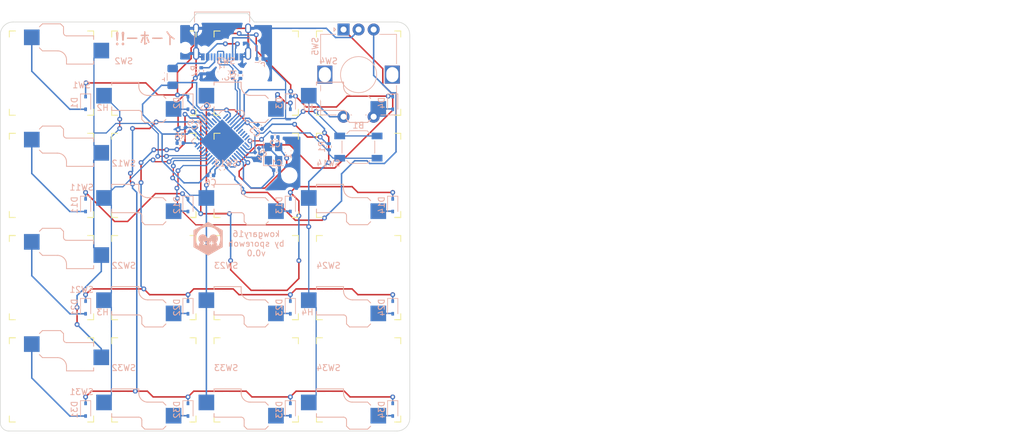
<source format=kicad_pcb>
(kicad_pcb (version 20211014) (generator pcbnew)
  (layers (0 "F.Cu" signal) (31 "B.Cu" signal) (34 "B.Paste" user) (35 "F.Paste" user) (36 "B.SilkS" user "B.Silkscreen") (37 "F.SilkS" user "F.Silkscreen") (38 "B.Mask" user) (39 "F.Mask" user) (44 "Edge.Cuts" user))
  (net 0 "")
  (net 1 "GND")
  (net 2 "Net-(B1-Pad2)")
  (net 3 "Net-(C1-Pad2)")
  (net 4 "Net-(C2-Pad2)")
  (net 5 "Net-(C3-Pad1)")
  (net 6 "+5V")
  (net 7 "row1")
  (net 8 "Net-(D1-Pad2)")
  (net 9 "Net-(D2-Pad2)")
  (net 10 "Net-(D3-Pad2)")
  (net 11 "Net-(D4-Pad2)")
  (net 15 "pad_a")
  (net 16 "pad_b")
  (net 18 "row2")
  (net 19 "Net-(D11-Pad2)")
  (net 20 "Net-(D12-Pad2)")
  (net 21 "Net-(D13-Pad2)")
  (net 22 "Net-(D14-Pad2)")
  (net 23 "row3")
  (net 24 "Net-(D21-Pad2)")
  (net 25 "Net-(D22-Pad2)")
  (net 26 "Net-(D23-Pad2)")
  (net 27 "Net-(D24-Pad2)")
  (net 28 "row4")
  (net 29 "Net-(D31-Pad2)")
  (net 30 "Net-(D32-Pad2)")
  (net 31 "Net-(D33-Pad2)")
  (net 32 "Net-(D34-Pad2)")
  (net 33 "VBUS")
  (net 34 "Net-(J1-PadA5)")
  (net 35 "D+")
  (net 36 "D-")
  (net 38 "Net-(J1-PadB5)")
  (net 40 "Net-(R6-Pad1)")
  (net 41 "col1")
  (net 42 "col2")
  (net 43 "col3")
  (net 44 "col4")
  (net 56 "D_res+")
  (net 57 "D_res-")
  (footprint "keyswitches:Kailh_socket_PG1350" (layer "F.Cu") (at 116.874945 57.374973)
    (fp_text reference "SW23")
    (fp_text value "SW_Push")
  )
  (footprint "keyswitches:Kailh_socket_PG1350" (layer "F.Cu") (at 116.874945 40.374981)
    (fp_text reference "SW13")
    (fp_text value "SW_Push")
  )
  (footprint "keyswitches:Kailh_socket_PG1350" (layer "F.Cu") (at 133.874937 23.374989)
    (fp_text reference "SW4")
    (fp_text value "SW_Push")
  )
  (footprint "keyswitches:Kailh_socket_PG1350" (layer "F.Cu") (at 82.874961 23.374989 180)
    (fp_text reference "SW1")
    (fp_text value "SW_Push")
  )
  (footprint "keyswitches:Kailh_socket_PG1350" (layer "F.Cu") (at 133.874937 74.374965)
    (fp_text reference "SW34")
    (fp_text value "SW_Push")
  )
  (footprint "keyswitches:Kailh_socket_PG1350" (layer "F.Cu") (at 116.874945 74.374965)
    (fp_text reference "SW33")
    (fp_text value "SW_Push")
  )
  (footprint "keyswitches:Kailh_socket_PG1350" (layer "F.Cu") (at 133.874937 57.374973)
    (fp_text reference "SW24")
    (fp_text value "SW_Push")
  )
  (footprint "keyswitches:Kailh_socket_PG1350" (layer "F.Cu") (at 99.874953 74.374965)
    (fp_text reference "SW32")
    (fp_text value "SW_Push")
  )
  (footprint "keyswitches:Kailh_socket_PG1350" (layer "F.Cu") (at 82.874961 74.374965 180)
    (fp_text reference "SW31")
    (fp_text value "SW_Push")
  )
  (footprint "keyswitches:Kailh_socket_PG1350" (layer "F.Cu") (at 116.874945 23.374989)
    (fp_text reference "SW3")
    (fp_text value "SW_Push")
  )
  (footprint "keyswitches:Kailh_socket_PG1350" (layer "F.Cu") (at 133.874937 40.374981)
    (fp_text reference "SW14")
    (fp_text value "SW_Push")
  )
  (footprint "keyswitches:Kailh_socket_PG1350" (layer "F.Cu") (at 82.874961 57.374973 180)
    (fp_text reference "SW21")
    (fp_text value "SW_Push")
  )
  (footprint "keyswitches:Kailh_socket_PG1350" (layer "F.Cu") (at 99.874953 23.374989)
    (fp_text reference "SW2")
    (fp_text value "SW_Push")
  )
  (footprint "keyswitches:Kailh_socket_PG1350" (layer "F.Cu") (at 99.874953 40.374981)
    (fp_text reference "SW12")
    (fp_text value "SW_Push")
  )
  (footprint "keyswitches:Kailh_socket_PG1350" (layer "F.Cu") (at 99.874953 57.374973)
    (fp_text reference "SW22")
    (fp_text value "SW_Push")
  )
  (footprint "keyswitches:Kailh_socket_PG1350" (layer "F.Cu") (at 82.874961 40.374981 180)
    (fp_text reference "SW11")
    (fp_text value "SW_Push")
  )
  (footprint "Diode_SMD:D_SOD-323" (layer "B.Cu") (at 88.541625 79.333296 -90)
    (fp_text reference "D31")
    (fp_text value "D_Small")
  )
  (footprint "MountingHole:MountingHole_2.2mm_M2_ISO7380" (layer "B.Cu") (at 91.374957 31.874985 180)
    (fp_text reference "H2")
    (fp_text value "MountingHole")
  )
  (footprint "Diode_SMD:D_SOD-323" (layer "B.Cu") (at 139.541601 79.333296 -90)
    (fp_text reference "D34")
    (fp_text value "D_Small")
  )
  (footprint "Capacitor_SMD:C_0402_1005Metric" (layer "B.Cu") (at 105.5 32.75 135)
    (fp_text reference "C5")
    (fp_text value "0.1uF")
  )
  (footprint "Resistor_SMD:R_0402_1005Metric" (layer "B.Cu") (at 114.25 23.75 -90)
    (fp_text reference "R4")
    (fp_text value "22R")
  )
  (footprint "Diode_SMD:D_SOD-323" (layer "B.Cu") (at 88.541625 45.333312 -90)
    (fp_text reference "D11")
    (fp_text value "D_Small")
  )
  (footprint "Diode_SMD:D_SOD-323" (layer "B.Cu") (at 105.541617 62.333304 -90)
    (fp_text reference "D22")
    (fp_text value "D_Small")
  )
  (footprint "Diode_SMD:D_SOD-323" (layer "B.Cu") (at 139.541601 62.333304 -90)
    (fp_text reference "D24")
    (fp_text value "D_Small")
  )
  (footprint "Capacitor_SMD:C_0402_1005Metric" (layer "B.Cu") (at 117 36.2 45)
    (fp_text reference "C4")
    (fp_text value "0.1uF")
  )
  (footprint "Package_DFN_QFN:QFN-44-1EP_7x7mm_P0.5mm_EP5.2x5.2mm" (layer "B.Cu") (at 111.208281 34.708317 -135)
    (fp_text reference "U1")
    (fp_text value "ATmega32U4-M")
  )
  (footprint "Diode_SMD:D_SOD-323" (layer "B.Cu") (at 139.541601 28.33332 -90)
    (fp_text reference "D4")
    (fp_text value "D_Small")
  )
  (footprint "Diode_SMD:D_SOD-323" (layer "B.Cu") (at 122.541609 79.333296 -90)
    (fp_text reference "D33")
    (fp_text value "D_Small")
  )
  (footprint "Diode_SMD:D_SOD-323" (layer "B.Cu") (at 88.541625 62.333304 -90)
    (fp_text reference "D21")
    (fp_text value "D_Small")
  )
  (footprint "Capacitor_SMD:C_0402_1005Metric" (layer "B.Cu") (at 120 34)
    (fp_text reference "C2")
    (fp_text value "22pF")
  )
  (footprint "Crystal:Crystal_SMD_3225-4Pin_3.2x2.5mm" (layer "B.Cu") (at 119.75 36.75 90)
    (fp_text reference "Y1")
    (fp_text value "16MHz")
  )
  (footprint "Rotary_Encoder:RotaryEncoder_Alps_EC12E-Switch_Vertical_H20mm" (layer "B.Cu") (at 131.375126 16.125022 -90)
    (fp_text reference "SW5")
    (fp_text value "RotaryEncoder_Switch")
  )
  (footprint "Diode_SMD:D_SOD-323" (layer "B.Cu") (at 105.541617 79.333296 -90)
    (fp_text reference "D32")
    (fp_text value "D_Small")
  )
  (footprint "Resistor_SMD:R_0402_1005Metric" (layer "B.Cu") (at 113 23.75 -90)
    (fp_text reference "R5")
    (fp_text value "22R")
  )
  (footprint "MountingHole:MountingHole_2.2mm_M2_ISO7380" (layer "B.Cu") (at 125.374941 65.874969 180)
    (fp_text reference "H4")
    (fp_text value "MountingHole")
  )
  (footprint "Diode_SMD:D_SOD-323" (layer "B.Cu") (at 139.541601 45.333312 -90)
    (fp_text reference "D14")
    (fp_text value "D_Small")
  )
  (footprint "Capacitor_SMD:C_0402_1005Metric" (layer "B.Cu") (at 109.35 29.875 -135)
    (fp_text reference "C7")
    (fp_text value "10uF")
  )
  (footprint "Resistor_SMD:R_0402_1005Metric" (layer "B.Cu") (at 104.25 35 180)
    (fp_text reference "R6")
    (fp_text value "10k")
  )
  (footprint "Diode_SMD:D_SOD-323" (layer "B.Cu") (at 122.541609 45.333312 -90)
    (fp_text reference "D13")
    (fp_text value "D_Small")
  )
  (footprint "Button_Switch_SMD:SW_SPST_SKQG_WithoutStem" (layer "B.Cu") (at 133.84 35.67 180)
    (fp_text reference "B1")
    (fp_text value "SW_Push")
  )
  (footprint "Diode_SMD:D_SOD-323" (layer "B.Cu") (at 88.541625 28.33332 -90)
    (fp_text reference "D1")
    (fp_text value "D_Small")
  )
  (footprint "Diode_SMD:D_SOD-323" (layer "B.Cu") (at 122.541609 28.33332 -90)
    (fp_text reference "D3")
    (fp_text value "D_Small")
  )
  (footprint "Capacitor_SMD:C_0402_1005Metric" (layer "B.Cu") (at 109.311615 40.374981)
    (fp_text reference "C6")
    (fp_text value "0.1uF")
  )
  (footprint "Resistor_SMD:R_0402_1005Metric" (layer "B.Cu") (at 117.5 21)
    (fp_text reference "R3")
    (fp_text value "5k1")
  )
  (footprint "Diode_SMD:D_SOD-323" (layer "B.Cu") (at 122.541609 62.333304 -90)
    (fp_text reference "D23")
    (fp_text value "D_Small")
  )
  (footprint "Capacitor_SMD:C_0402_1005Metric" (layer "B.Cu") (at 120.25 39.5 180)
    (fp_text reference "C1")
    (fp_text value "22pF")
  )
  (footprint "Connector_USB:USB_C_Receptacle_XKB_U262-16XN-4BVC11" (layer "B.Cu") (at 111.208281 16.999992)
    (fp_text reference "J1")
    (fp_text value "USB_C_Receptacle_USB2.0")
  )
  (footprint "Diode_SMD:D_SOD-323" (layer "B.Cu") (at 105.541617 45.333312 -90)
    (fp_text reference "D12")
    (fp_text value "D_Small")
  )
  (footprint "Fuse:Fuse_1206_3216Metric" (layer "B.Cu") (at 103 24 -90)
    (fp_text reference "F1")
    (fp_text value "500mA")
  )
  (footprint "MountingHole:MountingHole_2.2mm_M2_ISO7380" (layer "B.Cu") (at 91.374957 65.874969 180)
    (fp_text reference "H3")
    (fp_text value "MountingHole")
  )
  (footprint "Capacitor_SMD:C_0402_1005Metric" (layer "B.Cu") (at 117.48 32.32 -45)
    (fp_text reference "C3")
    (fp_text value "1uF")
  )
  (footprint "Resistor_SMD:R_0402_1005Metric" (layer "B.Cu") (at 107.75 22.99 -90)
    (fp_text reference "R2")
    (fp_text value "5k1")
  )
  (footprint "Resistor_SMD:R_0402_1005Metric" (layer "B.Cu") (at 128.95 35.61 -90)
    (fp_text reference "R1")
    (fp_text value "10k")
  )
  (footprint "MountingHole:MountingHole_2.2mm_M2_ISO7380" (layer "B.Cu") (at 125.374941 31.874985 180)
    (fp_text reference "H1")
    (fp_text value "MountingHole")
  )
  (footprint "Diode_SMD:D_SOD-323" (layer "B.Cu") (at 105.541617 28.33332 -90)
    (fp_text reference "D2")
    (fp_text value "D_Small")
  )
  (gr_poly (pts (xy 106.455468 49.502117) (xy 106.455467 52.309033) (xy 108.886327 53.71249) (xy 111.317184 52.309034) (xy 111.317185 50.949152) (xy 110.90883 50.949152) (xy 110.906984 51.036298) (xy 110.901494 51.122505) (xy 110.892435 51.207701) (xy 110.879882 51.291809) (xy 110.863909 51.374755) (xy 110.844592 51.456465) (xy 110.822004 51.536864) (xy 110.796221 51.615877) (xy 110.767318 51.693429) (xy 110.735368 51.769447) (xy 110.700446 51.843855) (xy 110.662628 51.916578) (xy 110.621988 51.987542) (xy 110.5786 52.056673) (xy 110.532539 52.123895) (xy 110.48388 52.189134) (xy 110.477 52.141476) (xy 110.468739 52.094278) (xy 110.459116 52.04756) (xy 110.448154 52.001344) (xy 110.435874 51.955651) (xy 110.422298 51.910502) (xy 110.407446 51.865919) (xy 110.39134 51.821923) (xy 110.374002 51.778536) (xy 110.355452 51.735778) (xy 110.335711 51.69367) (xy 110.314802 51.652236) (xy 110.306219 51.636381) (xy 109.814367 51.636381) (xy 109.814273 51.640201) (xy 109.813993 51.643973) (xy 109.813532 51.647692) (xy 109.812895 51.651354) (xy 109.812085 51.654954) (xy 109.811107 51.658487) (xy 109.809966 51.66195) (xy 109.808666 51.665337) (xy 109.807212 51.668645) (xy 109.805607 51.671869) (xy 109.803857 51.675004) (xy 109.801966 51.678046) (xy 109.799938 51.680991) (xy 109.797778 51.683833) (xy 109.79549 51.68657) (xy 109.793079 51.689196) (xy 109.790549 51.691706) (xy 109.787904 51.694097) (xy 109.78515 51.696364) (xy 109.78229 51.698502) (xy 109.779328 51.700507) (xy 109.77627 51.702375) (xy 109.77312 51.704101) (xy 109.769882 51.70568) (xy 109.76656 51.707109) (xy 109.76316 51.708382) (xy 109.759685 51.709496) (xy 109.75614 51.710446) (xy 109.75253 51.711227) (xy 109.748858 51.711836) (xy 109.74513 51.712266) (xy 109.74135 51.712515) (xy 109.74135 51.712581) (xy 109.499497 51.712581) (xy 109.499497 51.954432) (xy 109.499433 51.954432) (xy 109.499184 51.958213) (xy 109.498753 51.961941) (xy 109.498145 51.965613) (xy 109.497363 51.969223) (xy 109.496414 51.972768) (xy 109.4953 51.976243) (xy 109.494026 51.979643) (xy 109.492597 51.982965) (xy 109.491018 51.986203) (xy 109.489292 51.989353) (xy 109.487424 51.992411) (xy 109.485419 51.995373) (xy 109.483281 51.998233) (xy 109.481014 52.000987) (xy 109.478623 52.003632) (xy 109.476113 52.006162) (xy 109.473487 52.008573) (xy 109.47075 52.010861) (xy 109.467908 52.013021) (xy 109.464963 52.015049) (xy 109.461921 52.01694) (xy 109.458786 52.01869) (xy 109.455562 52.020295) (xy 109.452254 52.021749) (xy 109.448867 52.023049) (xy 109.445404 52.02419) (xy 109.441871 52.025168) (xy 109.438271 52.025978) (xy 109.434609 52.026615) (xy 109.43089 52.027076) (xy 109.427118 52.027356) (xy 109.423297 52.02745) (xy 109.419477 52.027356) (xy 109.415705 52.027076) (xy 109.411986 52.026615) (xy 109.408324 52.025978) (xy 109.404725 52.025168) (xy 109.401191 52.02419) (xy 109.397729 52.023049) (xy 109.394341 52.021749) (xy 109.391034 52.020295) (xy 109.38781 52.01869) (xy 109.384675 52.01694) (xy 109.381633 52.015049) (xy 109.378688 52.013021) (xy 109.375846 52.010861) (xy 109.373109 52.008573) (xy 109.370483 52.006162) (xy 109.367973 52.003632) (xy 109.365582 52.000987) (xy 109.363315 51.998233) (xy 109.361177 51.995373) (xy 109.359172 51.992411) (xy 109.357304 51.989353) (xy 109.355579 51.986203) (xy 109.353999 51.982965) (xy 109.35257 51.979643) (xy 109.351297 51.976243) (xy 109.350183 51.972768) (xy 109.349233 51.969223) (xy 109.348452 51.965613) (xy 109.347843 51.961941) (xy 109.347413 51.958213) (xy 109.347164 51.954432) (xy 109.347098 51.954432) (xy 109.347098 51.860511) (xy 108.648175 51.860511) (xy 108.648024 51.864072) (xy 108.647706 51.867625) (xy 108.647224 51.871163) (xy 108.646575 51.874679) (xy 108.645761 51.878167) (xy 108.644782 51.881621) (xy 108.643637 51.885035) (xy 108.642327 51.888403) (xy 108.64085 51.891717) (xy 108.639209 51.894972) (xy 108.637402 51.898162) (xy 108.635429 51.90128) (xy 108.633291 51.90432) (xy 108.630987 51.907276) (xy 108.628517 51.910141) (xy 108.625882 51.91291) (xy 108.623114 51.915544) (xy 108.620249 51.918014) (xy 108.617293 51.920318) (xy 108.614253 51.922456) (xy 108.611135 51.924429) (xy 108.607945 51.926236) (xy 108.60469 51.927877) (xy 108.601375 51.929353) (xy 108.598008 51.930664) (xy 108.594594 51.931809) (xy 108.59114 51.932788) (xy 108.587651 51.933602) (xy 108.584135 51.93425) (xy 108.580598 51.934733) (xy 108.577045 51.93505) (xy 108.573483 51.935202) (xy 108.569919 51.935188) (xy 108.566359 51.935008) (xy 108.562808 51.934663) (xy 108.559274 51.934153) (xy 108.555762 51.933477) (xy 108.552279 51.932635) (xy 108.548831 51.931628) (xy 108.545424 51.930455) (xy 108.542065 51.929117) (xy 108.53876 51.927613) (xy 108.535516 51.925943) (xy 108.532337 51.924108) (xy 108.529232 51.922108) (xy 108.526206 51.919942) (xy 108.523265 51.91761) (xy 108.520416 51.915113) (xy 108.520404 51.915124) (xy 108.520392 51.915136) (xy 108.52037 51.915159) (xy 108.349354 51.744144) (xy 108.180589 51.91291) (xy 108.178339 51.915159) (xy 108.178327 51.915148) (xy 108.178316 51.915136) (xy 108.178304 51.915124) (xy 108.178299 51.915118) (xy 108.178293 51.915113) (xy 108.175444 51.91761) (xy 108.172503 51.919942) (xy 108.169476 51.922108) (xy 108.166371 51.924108) (xy 108.163193 51.925943) (xy 108.159948 51.927613) (xy 108.156643 51.929117) (xy 108.153284 51.930455) (xy 108.149877 51.931628) (xy 108.146429 51.932635) (xy 108.142946 51.933477) (xy 108.139434 51.934153) (xy 108.1359 51.934663) (xy 108.132349 51.935008) (xy 108.128789 51.935188) (xy 108.125224 51.935202) (xy 108.121663 51.93505) (xy 108.11811 51.934733) (xy 108.114572 51.93425) (xy 108.111056 51.933602) (xy 108.107568 51.932788) (xy 108.104114 51.931809) (xy 108.1007 51.930664) (xy 108.097332 51.929353) (xy 108.094018 51.927877) (xy 108.090763 51.926236) (xy 108.087573 51.924429) (xy 108.084455 51.922456) (xy 108.081415 51.920318) (xy 108.078459 51.918014) (xy 108.075594 51.915544) (xy 108.072826 51.91291) (xy 108.070191 51.910141) (xy 108.067721 51.907276) (xy 108.065418 51.90432) (xy 108.063279 51.90128) (xy 108.061307 51.898162) (xy 108.059499 51.894972) (xy 108.057858 51.891717) (xy 108.056382 51.888403) (xy 108.055071 51.885035) (xy 108.053926 51.881621) (xy 108.052947 51.878167) (xy 108.052133 51.874679) (xy 108.051485 51.871163) (xy 108.051002 51.867625) (xy 108.050685 51.864072) (xy 108.050533 51.860511) (xy 108.050547 51.856947) (xy 108.050727 51.853386) (xy 108.051072 51.849835) (xy 108.051582 51.846301) (xy 108.052258 51.842789) (xy 108.0531 51.839306) (xy 108.054107 51.835858) (xy 108.05528 51.832452) (xy 108.056618 51.829093) (xy 108.058122 51.825788) (xy 108.059792 51.822543) (xy 108.061627 51.819365) (xy 108.063627 51.816259) (xy 108.065793 51.813233) (xy 108.068125 51.810292) (xy 108.070622 51.807443) (xy 108.070576 51.807396) (xy 108.072826 51.805146) (xy 108.241592 51.636381) (xy 108.072826 51.467616) (xy 108.070576 51.465366) (xy 108.070587 51.465354) (xy 108.070599 51.465343) (xy 108.070611 51.465331) (xy 108.070622 51.46532) (xy 108.068125 51.46247) (xy 108.065793 51.459529) (xy 108.063627 51.456503) (xy 108.061627 51.453398) (xy 108.059792 51.45022) (xy 108.058122 51.446975) (xy 108.056618 51.44367) (xy 108.05528 51.440311) (xy 108.054107 51.436904) (xy 108.0531 51.433456) (xy 108.052258 51.429973) (xy 108.051582 51.426462) (xy 108.051072 51.422927) (xy 108.050727 51.419377) (xy 108.050547 51.415816) (xy 108.050533 51.412252) (xy 108.050685 51.40869) (xy 108.051002 51.405137) (xy 108.051485 51.4016) (xy 108.052133 51.398084) (xy 108.052947 51.394595) (xy 108.053926 51.391141) (xy 108.055071 51.387727) (xy 108.056382 51.38436) (xy 108.057858 51.381045) (xy 108.059499 51.37779) (xy 108.061307 51.3746) (xy 108.063279 51.371482) (xy 108.065418 51.368442) (xy 108.067721 51.365486) (xy 108.070191 51.362621) (xy 108.072826 51.359853) (xy 108.075594 51.357218) (xy 108.078459 51.354749) (xy 108.081415 51.352445) (xy 108.084455 51.350306) (xy 108.087573 51.348334) (xy 108.090763 51.346526) (xy 108.094018 51.344885) (xy 108.097333 51.343409) (xy 108.1007 51.342098) (xy 108.104114 51.340953) (xy 108.107568 51.339974) (xy 108.111057 51.33916) (xy 108.114573 51.338512) (xy 108.11811 51.338029) (xy 108.121663 51.337712) (xy 108.125225 51.33756) (xy 108.128789 51.337574) (xy 108.132349 51.337753) (xy 108.1359 51.338098) (xy 108.139434 51.338609) (xy 108.142946 51.339285) (xy 108.146429 51.340127) (xy 108.149877 51.341134) (xy 108.153284 51.342307) (xy 108.156643 51.343645) (xy 108.159948 51.345149) (xy 108.163193 51.346818) (xy 108.166371 51.348653) (xy 108.169476 51.350654) (xy 108.172503 51.35282) (xy 108.175444 51.355152) (xy 108.178293 51.357649) (xy 108.178316 51.357626) (xy 108.178322 51.35762) (xy 108.178328 51.357614) (xy 108.178334 51.357608) (xy 108.17834 51.357602) (xy 108.180522 51.359786) (xy 108.180539 51.359803) (xy 108.180555 51.35982) (xy 108.180588 51.359853) (xy 108.349354 51.528618) (xy 108.518119 51.359852) (xy 108.52037 51.357602) (xy 108.520416 51.357649) (xy 108.523265 51.355152) (xy 108.526206 51.35282) (xy 108.529232 51.350654) (xy 108.532337 51.348653) (xy 108.535516 51.346818) (xy 108.53876 51.345149) (xy 108.542065 51.343645) (xy 108.545424 51.342307) (xy 108.548831 51.341134) (xy 108.552279 51.340127) (xy 108.555762 51.339285) (xy 108.559274 51.338609) (xy 108.562808 51.338098) (xy 108.566359 51.337753) (xy 108.569919 51.337574) (xy 108.573483 51.33756) (xy 108.577045 51.337711) (xy 108.580598 51.338029) (xy 108.584135 51.338511) (xy 108.587651 51.33916) (xy 108.59114 51.339973) (xy 108.594594 51.340953) (xy 108.598008 51.342098) (xy 108.601375 51.343408) (xy 108.60469 51.344884) (xy 108.607945 51.346526) (xy 108.611135 51.348333) (xy 108.614253 51.350306) (xy 108.617293 51.352444) (xy 108.620249 51.354748) (xy 108.623114 51.357217) (xy 108.625882 51.359852) (xy 108.628517 51.362621) (xy 108.630987 51.365486) (xy 108.633291 51.368442) (xy 108.635429 51.371482) (xy 108.637402 51.3746) (xy 108.639209 51.37779) (xy 108.64085 51.381045) (xy 108.642327 51.384359) (xy 108.643637 51.387727) (xy 108.644782 51.391141) (xy 108.645761 51.394595) (xy 108.646575 51.398083) (xy 108.647224 51.401599) (xy 108.647706 51.405137) (xy 108.648024 51.40869) (xy 108.648175 51.412251) (xy 108.648161 51.415816) (xy 108.647982 51.419376) (xy 108.647637 51.422927) (xy 108.647126 51.426461) (xy 108.64645 51.429973) (xy 108.645608 51.433456) (xy 108.644601 51.436904) (xy 108.643428 51.440311) (xy 108.64209 51.44367) (xy 108.640586 51.446975) (xy 108.638917 51.450219) (xy 108.637082 51.453398) (xy 108.635081 51.456503) (xy 108.632915 51.459529) (xy 108.630584 51.46247) (xy 108.628086 51.46532) (xy 108.628132 51.465366) (xy 108.625882 51.467615) (xy 108.457117 51.636381) (xy 108.628132 51.807396) (xy 108.628086 51.807443) (xy 108.630584 51.810292) (xy 108.632915 51.813233) (xy 108.635081 51.816259) (xy 108.637082 51.819365) (xy 108.638917 51.822543) (xy 108.640586 51.825788) (xy 108.64209 51.829093) (xy 108.643428 51.832452) (xy 108.644601 51.835858) (xy 108.645608 51.839306) (xy 108.64645 51.842789) (xy 108.647126 51.846301) (xy 108.647637 51.849835) (xy 108.647982 51.853386) (xy 108.648161 51.856947) (xy 108.648175 51.860511) (xy 109.347098 51.860511) (xy 109.347098 51.712581) (xy 109.105246 51.712581) (xy 109.105246 51.712515) (xy 109.101465 51.712266) (xy 109.097737 51.711836) (xy 109.094066 51.711227) (xy 109.090455 51.710446) (xy 109.08691 51.709496) (xy 109.083436 51.708382) (xy 109.080035 51.707109) (xy 109.076714 51.70568) (xy 109.073476 51.704101) (xy 109.070325 51.702375) (xy 109.067267 51.700507) (xy 109.064306 51.698502) (xy 109.061446 51.696364) (xy 109.058691 51.694097) (xy 109.056047 51.691706) (xy 109.053516 51.689196) (xy 109.051105 51.68657) (xy 109.048817 51.683833) (xy 109.046657 51.680991) (xy 109.044629 51.678046) (xy 109.042738 51.675004) (xy 109.040988 51.671869) (xy 109.039384 51.668645) (xy 109.037929 51.665337) (xy 109.036629 51.66195) (xy 109.035488 51.658487) (xy 109.034511 51.654954) (xy 109.033701 51.651354) (xy 109.033063 51.647692) (xy 109.032602 51.643973) (xy 109.032322 51.640201) (xy 109.032228 51.636381) (xy 109.032322 51.63256) (xy 109.032602 51.628788) (xy 109.033063 51.625069) (xy 109.033701 51.621407) (xy 109.034511 51.617807) (xy 109.035488 51.614274) (xy 109.036629 51.610811) (xy 109.037929 51.607424) (xy 109.039384 51.604116) (xy 109.040988 51.600892) (xy 109.042738 51.597757) (xy 109.044629 51.594715) (xy 109.046657 51.59177) (xy 109.048817 51.588928) (xy 109.051105 51.586191) (xy 109.053516 51.583565) (xy 109.056047 51.581055) (xy 109.058691 51.578664) (xy 109.061446 51.576397) (xy 109.064306 51.574259) (xy 109.067267 51.572254) (xy 109.070325 51.570386) (xy 109.073476 51.568661) (xy 109.076714 51.567081) (xy 109.080035 51.565652) (xy 109.083436 51.564379) (xy 109.08691 51.563265) (xy 109.090455 51.562315) (xy 109.094066 51.561534) (xy 109.097737 51.560925) (xy 109.101465 51.560495) (xy 109.105246 51.560246) (xy 109.105246 51.560181) (xy 109.108334 51.560182) (xy 109.347098 51.560182) (xy 109.347098 51.318329) (xy 109.347163 51.318329) (xy 109.347412 51.314548) (xy 109.347843 51.31082) (xy 109.348451 51.307148) (xy 109.349232 51.303538) (xy 109.350182 51.299993) (xy 109.351296 51.296518) (xy 109.35257 51.293118) (xy 109.353998 51.289796) (xy 109.355578 51.286558) (xy 109.357304 51.283408) (xy 109.359172 51.28035) (xy 109.361177 51.277389) (xy 109.363315 51.274528) (xy 109.365582 51.271774) (xy 109.367973 51.269129) (xy 109.370483 51.266599) (xy 109.373109 51.264188) (xy 109.375845 51.2619) (xy 109.378688 51.25974) (xy 109.381633 51.257712) (xy 109.384675 51.255821) (xy 109.38781 51.254071) (xy 109.391034 51.252466) (xy 109.394341 51.251012) (xy 109.397729 51.249712) (xy 109.401191 51.248571) (xy 109.404725 51.247593) (xy 109.408324 51.246783) (xy 109.411986 51.246146) (xy 109.415705 51.245685) (xy 109.419477 51.245405) (xy 109.423297 51.245311) (xy 109.427118 51.245405) (xy 109.43089 51.245685) (xy 109.434609 51.246146) (xy 109.438271 51.246783) (xy 109.441871 51.247593) (xy 109.445404 51.248571) (xy 109.448867 51.249712) (xy 109.452254 51.251012) (xy 109.455562 51.252466) (xy 109.458786 51.254071) (xy 109.461921 51.255821) (xy 109.464963 51.257712) (xy 109.467908 51.25974) (xy 109.47075 51.2619) (xy 109.473487 51.264188) (xy 109.476113 51.266599) (xy 109.478623 51.269129) (xy 109.481014 51.271774) (xy 109.483281 51.274528) (xy 109.485419 51.277389) (xy 109.487424 51.28035) (xy 109.489292 51.283408) (xy 109.491018 51.286558) (xy 109.492597 51.289796) (xy 109.494026 51.293118) (xy 109.4953 51.296518) (xy 109.496414 51.299993) (xy 109.497363 51.303538) (xy 109.498145 51.307148) (xy 109.498753 51.31082) (xy 109.499184 51.314548) (xy 109.499433 51.318329) (xy 109.499497 51.318329) (xy 109.499497 51.560181) (xy 109.74135 51.560181) (xy 109.74135 51.560246) (xy 109.74513 51.560495) (xy 109.748858 51.560926) (xy 109.75253 51.561534) (xy 109.756141 51.562316) (xy 109.759685 51.563265) (xy 109.76316 51.564379) (xy 109.766561 51.565653) (xy 109.769882 51.567082) (xy 109.77312 51.568661) (xy 109.77627 51.570387) (xy 109.779329 51.572255) (xy 109.78229 51.57426) (xy 109.78515 51.576398) (xy 109.787905 51.578665) (xy 109.790549 51.581056) (xy 109.793079 51.583566) (xy 109.795491 51.586192) (xy 109.797778 51.588928) (xy 109.799939 51.591771) (xy 109.801966 51.594716) (xy 109.803857 51.597758) (xy 109.805607 51.600893) (xy 109.807212 51.604116) (xy 109.808666 51.607424) (xy 109.809966 51.610812) (xy 109.811107 51.614274) (xy 109.812085 51.617808) (xy 109.812895 51.621407) (xy 109.813532 51.625069) (xy 109.813993 51.628788) (xy 109.814273 51.63256) (xy 109.814367 51.636381) (xy 110.306219 51.636381) (xy 110.292746 51.611494) (xy 110.269564 51.571468) (xy 110.245276 51.532178) (xy 110.219905 51.493645) (xy 110.251977 51.468031) (xy 110.282526 51.440672) (xy 110.311476 51.411642) (xy 110.338752 51.381018) (xy 110.364279 51.348874) (xy 110.387981 51.315285) (xy 110.409783 51.280327) (xy 110.42961 51.244076) (xy 110.447387 51.206606) (xy 110.463038 51.167993) (xy 110.476487 51.128313) (xy 110.48766 51.08764) (xy 110.496481 51.046049) (xy 110.502876 51.003617) (xy 110.506767 50.960419) (xy 110.508081 50.916529) (xy 110.508082 50.916529) (xy 110.507141 50.879387) (xy 110.504351 50.842731) (xy 110.499756 50.806605) (xy 110.493402 50.771056) (xy 110.485335 50.736129) (xy 110.475599 50.701869) (xy 110.464241 50.668323) (xy 110.451305 50.635534) (xy 110.436838 50.60355) (xy 110.420884 50.572415) (xy 110.40349 50.542175) (xy 110.384701 50.512876) (xy 110.364562 50.484562) (xy 110.343118 50.45728) (xy 110.320416 50.431074) (xy 110.296501 50.405991) (xy 110.271417 50.382075) (xy 110.245212 50.359373) (xy 110.217929 50.33793) (xy 110.189616 50.317791) (xy 110.160316 50.299001) (xy 110.130076 50.281607) (xy 110.098941 50.265654) (xy 110.066957 50.251186) (xy 110.034169 50.238251) (xy 110.000622 50.226893) (xy 109.966363 50.217157) (xy 109.931435 50.209089) (xy 109.895886 50.202735) (xy 109.859761 50.19814) (xy 109.823104 50.19535) (xy 109.785962 50.19441) (xy 109.75259 50.195169) (xy 109.719606 50.197423) (xy 109.687042 50.201139) (xy 109.654932 50.206285) (xy 109.623308 50.212828) (xy 109.592204 50.220734) (xy 109.561652 50.229971) (xy 109.531685 50.240506) (xy 109.502337 50.252306) (xy 109.47364 50.265337) (xy 109.445627 50.279568) (xy 109.418331 50.294965) (xy 109.391784 50.311495) (xy 109.366021 50.329125) (xy 109.341073 50.347823) (xy 109.316975 50.367555) (xy 109.293758 50.388288) (xy 109.271455 50.40999) (xy 109.2501 50.432627) (xy 109.229725 50.456167) (xy 109.210364 50.480577) (xy 109.192049 50.505824) (xy 109.174814 50.531875) (xy 109.15869 50.558696) (xy 109.143712 50.586256) (xy 109.129911 50.61452) (xy 109.117322 50.643457) (xy 109.105976 50.673033) (xy 109.095907 50.703215) (xy 109.087148 50.733971) (xy 109.079732 50.765267) (xy 109.073691 50.79707) (xy 109.050591 50.794559) (xy 109.027395 50.792376) (xy 109.004104 50.790521) (xy 108.980722 50.788999) (xy 108.957251 50.78781) (xy 108.933693 50.786959) (xy 108.910051 50.786446) (xy 108.886326 50.786275) (xy 108.864202 50.786424) (xy 108.84215 50.78687) (xy 108.820171 50.78761) (xy 108.798268 50.788644) (xy 108.776441 50.789969) (xy 108.754693 50.791584) (xy 108.733026 50.793485) (xy 108.711441 50.795672) (xy 108.705757 50.763429) (xy 108.698662 50.731694) (xy 108.69019 50.700499) (xy 108.680375 50.66988) (xy 108.66925 50.639869) (xy 108.65685 50.610501) (xy 108.643208 50.58181) (xy 108.628358 50.553829) (xy 108.612334 50.526593) (xy 108.59517 50.500134) (xy 108.5769 50.474488) (xy 108.557558 50.449688) (xy 108.537177 50.425767) (xy 108.515791 50.40276) (xy 108.493434 50.3807) (xy 108.470141 50.359622) (xy 108.445944 50.339559) (xy 108.420878 50.320545) (xy 108.394977 50.302614) (xy 108.368274 50.285799) (xy 108.340804 50.270136) (xy 108.312599 50.255656) (xy 108.283695 50.242395) (xy 108.254125 50.230386) (xy 108.223922 50.219663) (xy 108.193121 50.21026) (xy 108.161755 50.202211) (xy 108.129858 50.195549) (xy 108.097465 50.190309) (xy 108.064609 50.186524) (xy 108.031324 50.184228) (xy 107.997643 50.183455) (xy 107.960501 50.184396) (xy 107.923844 50.187186) (xy 107.887719 50.191781) (xy 107.85217 50.198135) (xy 107.817243 50.206202) (xy 107.782983 50.215938) (xy 107.749437 50.227297) (xy 107.716648 50.240232) (xy 107.684664 50.254699) (xy 107.653529 50.270653) (xy 107.623289 50.288047) (xy 107.59399 50.306836) (xy 107.565676 50.326975) (xy 107.538394 50.348419) (xy 107.512188 50.371121) (xy 107.487105 50.395036) (xy 107.463189 50.42012) (xy 107.440487 50.446325) (xy 107.419044 50.473608) (xy 107.398905 50.501921) (xy 107.380115 50.531221) (xy 107.362721 50.561461) (xy 107.346768 50.592596) (xy 107.3323 50.62458) (xy 107.319365 50.657368) (xy 107.308007 50.690915) (xy 107.298271 50.725174) (xy 107.290203 50.760102) (xy 107.283849 50.795651) (xy 107.279254 50.831776) (xy 107.276464 50.868433) (xy 107.275524 50.905575) (xy 107.276827 50.949277) (xy 107.280685 50.992293) (xy 107.287025 51.034551) (xy 107.295772 51.075975) (xy 107.306852 51.116491) (xy 107.320191 51.156024) (xy 107.335714 51.194502) (xy 107.353346 51.231848) (xy 107.373014 51.267988) (xy 107.394643 51.302849) (xy 107.418159 51.336356) (xy 107.443487 51.368435) (xy 107.470553 51.399011) (xy 107.499283 51.42801) (xy 107.529602 51.455357) (xy 107.561436 51.480979) (xy 107.535185 51.52006) (xy 107.510055 51.559937) (xy 107.486071 51.600588) (xy 107.463254 51.64199) (xy 107.441627 51.68412) (xy 107.421213 51.726956) (xy 107.402035 51.770474) (xy 107.384115 51.814653) (xy 107.367475 51.85947) (xy 107.35214 51.904901) (xy 107.338131 51.950925) (xy 107.32547 51.997519) (xy 107.314181 52.044659) (xy 107.304287 52.092323) (xy 107.295809 52.140489) (xy 107.288771 52.189134) (xy 107.240112 52.123895) (xy 107.194052 52.056673) (xy 107.150664 51.987543) (xy 107.110023 51.916578) (xy 107.072205 51.843855) (xy 107.037284 51.769447) (xy 107.005334 51.69343) (xy 106.97643 51.615877) (xy 106.950647 51.536864) (xy 106.928059 51.456465) (xy 106.908742 51.374755) (xy 106.892769 51.291809) (xy 106.880216 51.207701) (xy 106.871158 51.122505) (xy 106.865667 51.036298) (xy 106.863821 50.949152) (xy 106.866454 50.845125) (xy 106.874269 50.742458) (xy 106.887138 50.641277) (xy 106.904935 50.541712) (xy 106.92753 50.443889) (xy 106.954798 50.347935) (xy 106.98661 50.253978) (xy 107.02284 50.162145) (xy 107.06336 50.072563) (xy 107.108042 49.985361) (xy 107.15676 49.900665) (xy 107.209385 49.818603) (xy 107.26579 49.739302) (xy 107.325849 49.66289) (xy 107.389433 49.589494) (xy 107.456415 49.519241) (xy 107.526668 49.452259) (xy 107.600064 49.388675) (xy 107.676476 49.328617) (xy 107.755777 49.272211) (xy 107.837839 49.219586) (xy 107.922535 49.170869) (xy 108.009737 49.126186) (xy 108.099318 49.085667) (xy 108.191151 49.049437) (xy 108.285108 49.017624) (xy 108.381062 48.990357) (xy 108.478886 48.967761) (xy 108.578451 48.949965) (xy 108.679631 48.937096) (xy 108.782298 48.929281) (xy 108.886326 48.926647) (xy 108.990353 48.929281) (xy 109.09302 48.937096) (xy 109.1942 48.949965) (xy 109.293765 48.967761) (xy 109.391589 48.990357) (xy 109.487543 49.017624) (xy 109.5815 49.049437) (xy 109.673333 49.085667) (xy 109.762914 49.126186) (xy 109.850116 49.170869) (xy 109.934812 49.219586) (xy 110.016874 49.272211) (xy 110.096175 49.328617) (xy 110.172587 49.388675) (xy 110.245983 49.452259) (xy 110.316236 49.519241) (xy 110.383218 49.589494) (xy 110.446802 49.66289) (xy 110.506861 49.739302) (xy 110.563266 49.818603) (xy 110.615891 49.900665) (xy 110.664609 49.985361) (xy 110.709291 50.072563) (xy 110.749811 50.162145) (xy 110.786041 50.253978) (xy 110.817853 50.347935) (xy 110.845121 50.443889) (xy 110.867717 50.541712) (xy 110.885513 50.641277) (xy 110.898382 50.742458) (xy 110.906197 50.845125) (xy 110.90883 50.949152) (xy 111.317185 50.949152) (xy 111.317185 49.502118) (xy 108.886325 48.098662)) (layer "B.SilkS") (width 0.0045) (fill solid))
  (gr_arc (start 74.374965 16.999992) (mid 74.997363 15.497391) (end 76.499964 14.874993) (layer "Edge.Cuts") (width 0.1))
  (gr_arc (start 140.249934 14.874993) (mid 141.752539 15.497387) (end 142.374933 16.999992) (layer "Edge.Cuts") (width 0.1))
  (gr_line (start 115.458279 13.458327) (end 116.520778 14.874993) (layer "Edge.Cuts") (width 0.1))
  (gr_line (start 105.895783 14.874993) (end 105.541617 14.874993) (layer "Edge.Cuts") (width 0.1))
  (gr_line (start 74.374965 81.458295) (end 74.374965 16.999992) (layer "Edge.Cuts") (width 0.1))
  (gr_line (start 76.499964 14.874993) (end 105.541617 14.874993) (layer "Edge.Cuts") (width 0.1))
  (gr_line (start 116.874945 14.874993) (end 140.249934 14.874993) (layer "Edge.Cuts") (width 0.1))
  (gr_line (start 142.374933 16.999992) (end 142.374933 80.749962) (layer "Edge.Cuts") (width 0.1))
  (gr_line (start 116.874945 14.874993) (end 116.520778 14.874993) (layer "Edge.Cuts") (width 0.1))
  (gr_line (start 140.249934 82.874961) (end 75.791631 82.874961) (layer "Edge.Cuts") (width 0.1))
  (gr_arc (start 142.374933 80.749962) (mid 141.752539 82.252567) (end 140.249934 82.874961) (layer "Edge.Cuts") (width 0.1))
  (gr_line (start 105.895783 14.874993) (end 106.958283 13.458327) (layer "Edge.Cuts") (width 0.1))
  (gr_line (start 106.958283 13.458327) (end 115.458279 13.458327) (layer "Edge.Cuts") (width 0.1))
  (gr_arc (start 75.791631 82.874961) (mid 74.789897 82.460029) (end 74.374965 81.458295) (layer "Edge.Cuts") (width 0.1))
  (gr_text "kowgary16\nby sporewoh\nv0.0" (at 116.874945 51.708382) (layer "B.SilkS") (effects (font (size 1 1)) (justify mirror)))
  (gr_text "イーホー!!" (at 98.458287 17.708325) (layer "B.SilkS") (effects (font (size 2 2) (thickness 0.25)) (justify mirror)))
  (segment (start 103.8 32.8755) (end 103.9 32.7755) (width 0.2) (layer "F.Cu") (net 1))
  (segment (start 103.8 34.2245) (end 103.8 32.8755) (width 0.2) (layer "F.Cu") (net 1))
  (segment (start 106.76 24.22) (end 106.888281 24.091719) (width 0.25) (layer "F.Cu") (net 1))
  (segment (start 106.888281 15.924992) (end 115.528281 15.924992) (width 0.25) (layer "F.Cu") (net 1))
  (segment (start 106.250934 25.669011) (end 106.250934 24.729066) (width 0.25) (layer "F.Cu") (net 1))
  (segment (start 124.666608 29.749986) (end 126.791607 29.749986) (width 0.2) (layer "F.Cu") (net 1))
  (segment (start 106.250934 25.669011) (end 103.9 28.019945) (width 0.25) (layer "F.Cu") (net 1))
  (segment (start 106.888281 24.091719) (end 106.888281 20.104992) (width 0.25) (layer "F.Cu") (net 1))
  (segment (start 106.250934 24.729066) (end 106.76 24.22) (width 0.25) (layer "F.Cu") (net 1))
  (segment (start 115.528281 15.924992) (end 115.528281 20.104992) (width 0.25) (layer "F.Cu") (net 1))
  (segment (start 103.9 28.019945) (end 103.9 32.7755) (width 0.25) (layer "F.Cu") (net 1))
  (via (at 103.8 34.2245) (size 0.8) (drill 0.4) (layers "F.Cu" "B.Cu") (net 1))
  (via (at 126.791607 29.749986) (size 0.8) (drill 0.4) (layers "F.Cu" "B.Cu") (net 1))
  (via (at 106.76 24.22) (size 0.8) (drill 0.4) (layers "F.Cu" "B.Cu") (net 1))
  (via (at 103.9 32.7755) (size 0.8) (drill 0.4) (layers "F.Cu" "B.Cu") (net 1))
  (via (at 124.666608 29.749986) (size 0.8) (drill 0.4) (layers "F.Cu" "B.Cu") (net 1))
  (segment (start 110.262526 30.934135) (end 109.617802 30.289411) (width 0.25) (layer "B.Cu") (net 1))
  (segment (start 114.873957 26.916654) (end 115.66611 26.124501) (width 0.25) (layer "B.Cu") (net 1))
  (segment (start 105.171178 32.4) (end 106.178282 32.4) (width 0.2) (layer "B.Cu") (net 1))
  (segment (start 105.160589 32.410589) (end 105.171178 32.4) (width 0.2) (layer "B.Cu") (net 1))
  (segment (start 111.029615 37.299615) (end 106.250934 32.520934) (width 0.25) (layer "B.Cu") (net 1))
  (segment (start 118.9 35.75) (end 120.6 37.45) (width 0.25) (layer "B.Cu") (net 1))
  (segment (start 109.617802 30.289411) (end 109.085589 30.289411) (width 0.25) (layer "B.Cu") (net 1))
  (segment (start 108.379854 34.708317) (end 111.208281 34.708317) (width 0.25) (layer "B.Cu") (net 1))
  (segment (start 132.699637 17.449533) (end 130.050615 17.449533) (width 0.25) (layer "B.Cu") (net 1))
  (segment (start 121.749456 30.920544) (end 123.49605 30.920544) (width 0.2) (layer "B.Cu") (net 1))
  (segment (start 111.208281 38.209175) (end 111.208281 34.708317) (width 0.25) (layer "B.Cu") (net 1))
  (segment (start 126.791607 29.871607) (end 130.74 33.82) (width 0.2) (layer "B.Cu") (net 1))
  (segment (start 110.616079 38.836053) (end 110.03 39.422132) (width 0.25) (layer "B.Cu") (net 1))
  (segment (start 116.92151 37.37849) (end 117.422488 37.37849) (width 0.25) (layer "B.Cu") (net 1))
  (segment (start 114.275357 36.361179) (end 112.622495 34.708317) (width 0.25) (layer "B.Cu") (net 1))
  (segment (start 120.6 37.45) (end 120.6 37.85) (width 0.25) (layer "B.Cu") (net 1))
  (segment (start 121.7455 30.9245) (end 121.749456 30.920544) (width 0.2) (layer "B.Cu") (net 1))
  (segment (start 107.48 23.5) (end 106.76 24.22) (width 0.25) (layer "B.Cu") (net 1))
  (segment (start 107.453281 20.669992) (end 106.888281 20.104992) (width 0.25) (layer "B.Cu") (net 1))
  (segment (start 103.74 34.2845) (end 103.8 34.2245) (width 0.2) (layer "B.Cu") (net 1))
  (segment (start 133.875126 16.125022) (end 133.875126 16.274044) (width 0.25) (layer "B.Cu") (net 1))
  (segment (start 114.963281 20.669992) (end 115.528281 20.104992) (width 0.25) (layer "B.Cu") (net 1))
  (segment (start 113.214696 31.994795) (end 111.208281 34.00121) (width 0.25) (layer "B.Cu") (net 1))
  (segment (start 110.03 40.136596) (end 109.791615 40.374981) (width 0.25) (layer "B.Cu") (net 1))
  (segment (start 121.749456 24.739456) (end 118.01 21) (width 0.2) (layer "B.Cu") (net 1))
  (segment (start 133.875126 16.274044) (end 132.699637 17.449533) (width 0.25) (layer "B.Cu") (net 1))
  (segment (start 121.749456 26.124501) (end 121.749456 24.739456) (width 0.2) (layer "B.Cu") (net 1))
  (segment (start 110.262526 30.934135) (end 111.208281 31.87989) (width 0.25) (layer "B.Cu") (net 1))
  (segment (start 117.344311 36.955689) (end 116.92151 37.37849) (width 0.25) (layer "B.Cu") (net 1))
  (segment (start 111.208281 34.00121) (end 111.208281 34.708317) (width 0.25) (layer "B.Cu") (net 1))
  (segment (start 115.66611 26.124501) (end 121.749456 26.124501) (width 0.25) (layer "B.Cu") (net 1))
  (segment (start 119.52 35.03) (end 118.9 35.65) (width 0.25) (layer "B.Cu") (net 1))
  (segment (start 106.178282 32.4) (end 108.486599 34.708317) (width 0.2) (layer "B.Cu") (net 1))
  (segment (start 108.158281 20.669992) (end 107.453281 20.669992) (width 0.25) (layer "B.Cu") (net 1))
  (segment (start 130.050615 17.449533) (end 128.526074 15.924992) (width 0.25) (layer "B.Cu") (net 1))
  (segment (start 114.275357 36.361179) (end 115.292668 37.37849) (width 0.25) (layer "B.Cu") (net 1))
  (segment (start 130.74 33.82) (end 136.94 33.82) (width 0.2) (layer "B.Cu") (net 1))
  (segment (start 118.9 35.900978) (end 118.9 35.65) (width 0.25) (layer "B.Cu") (net 1))
  (segment (start 119.554322 30.9245) (end 121.7455 30.9245) (width 0.2) (layer "B.Cu") (net 1))
  (segment (start 120.73 37.98) (end 120.6 37.85) (width 0.25) (layer "B.Cu") (net 1))
  (segment (start 120.73 39.5) (end 120.73 37.98) (width 0.25) (layer "B.Cu") (net 1))
  (segment (start 108.486599 34.708317) (end 111.208281 34.708317) (width 0.2) (layer "B.Cu") (net 1))
  (segment (start 117.819411 32.659411) (end 119.554322 30.9245) (width 0.2) (layer "B.Cu") (net 1))
  (segment (start 119.52 34) (end 119.52 35.03) (width 0.25) (layer "B.Cu") (net 1))
  (segment (start 114.258281 20.669992) (end 114.963281 20.669992) (width 0.25) (layer "B.Cu") (net 1))
  (segment (start 110.616079 38.801377) (end 111.208281 38.209175) (width 0.25) (layer "B.Cu") (net 1))
  (segment (start 112.622495 34.708317) (end 111.208281 34.708317) (width 0.25) (layer "B.Cu") (net 1))
  (segment (start 103.9 32.7755) (end 104.795678 32.7755) (width 0.2) (layer "B.Cu") (net 1))
  (segment (start 121.749456 30.920544) (end 121.749456 26.124501) (width 0.2) (layer "B.Cu") (net 1))
  (segment (start 117.344311 35.865489) (end 117.344311 36.955689) (width 0.25) (layer "B.Cu") (net 1))
  (segment (start 110.03 39.422132) (end 110.03 40.136596) (width 0.25) (layer "B.Cu") (net 1))
  (segment (start 111.029615 38.422517) (end 111.029615 37.299615) (width 0.25) (layer "B.Cu") (net 1))
  (segment (start 110.616079 38.836053) (end 110.616079 38.801377) (width 0.25) (layer "B.Cu") (net 1))
  (segment (start 114.873957 30.335534) (end 114.873957 26.916654) (width 0.25) (layer "B.Cu") (net 1))
  (segment (start 109.085589 30.289411) (end 109.010589 30.214411) (width 0.25) (layer "B.Cu") (net 1))
  (segment (start 113.214696 31.994795) (end 114.873957 30.335534) (width 0.25) (layer "B.Cu") (net 1))
  (segment (start 128.526074 15.924992) (end 115.528281 15.924992) (width 0.25) (layer "B.Cu") (net 1))
  (segment (start 115.292668 37.37849) (end 116.92151 37.37849) (width 0.25) (layer "B.Cu") (net 1))
  (segment (start 117.422488 37.37849) (end 118.9 35.900978) (width 0.25) (layer "B.Cu") (net 1))
  (segment (start 118.9 35.65) (end 118.9 35.75) (width 0.25) (layer "B.Cu") (net 1))
  (segment (start 123.49605 30.920544) (end 124.666608 29.749986) (width 0.2) (layer "B.Cu") (net 1))
  (segment (start 103.74 35) (end 103.74 34.2845) (width 0.2) (layer "B.Cu") (net 1))
  (segment (start 107.75 23.5) (end 107.48 23.5) (width 0.25) (layer "B.Cu") (net 1))
  (segment (start 126.791607 29.749986) (end 126.791607 29.871607) (width 0.2) (layer "B.Cu") (net 1))
  (segment (start 117.339411 35.860589) (end 117.344311 35.865489) (width 0.25) (layer "B.Cu") (net 1))
  (segment (start 107.434099 33.762562) (end 108.379854 34.708317) (width 0.25) (layer "B.Cu") (net 1))
  (segment (start 104.795678 32.7755) (end 105.160589 32.410589) (width 0.2) (layer "B.Cu") (net 1))
  (segment (start 111.208281 31.87989) (end 111.208281 34.708317) (width 0.25) (layer "B.Cu") (net 1))
  (segment (start 117.521724 34.638365) (end 117.760089 34.4) (width 0.2) (layer "F.Cu") (net 2))
  (segment (start 115.838365 34.638365) (end 117.521724 34.638365) (width 0.2) (layer "F.Cu") (net 2))
  (segment (start 117.560089 34.6) (end 117.760089 34.4) (width 0.2) (layer "F.Cu") (net 2))
  (via (at 117.760089 34.4) (size 0.8) (drill 0.4) (layers "F.Cu" "B.Cu") (net 2))
  (via (at 115.838365 34.638365) (size 0.8) (drill 0.4) (layers "F.Cu" "B.Cu") (net 2))
  (segment (start 115.371 36.042609) (end 115.777653 36.042609) (width 0.2) (layer "B.Cu") (net 2))
  (segment (start 125.835203 33.324506) (end 128.630697 36.12) (width 0.2) (layer "B.Cu") (net 2))
  (segment (start 114.982463 35.654072) (end 115.371 36.042609) (width 0.2) (layer "B.Cu") (net 2))
  (segment (start 129.64 37.52) (end 130.74 37.52) (width 0.2) (layer "B.Cu") (net 2))
  (segment (start 119.494506 33.324506) (end 125.835203 33.324506) (width 0.2) (layer "B.Cu") (net 2))
  (segment (start 115.777653 36.042609) (end 116.078107 35.742155) (width 0.2) (layer "B.Cu") (net 2))
  (segment (start 128.95 36.83) (end 129.64 37.52) (width 0.2) (layer "B.Cu") (net 2))
  (segment (start 128.95 36.12) (end 128.95 36.83) (width 0.2) (layer "B.Cu") (net 2))
  (segment (start 128.630697 36.12) (end 128.95 36.12) (width 0.2) (layer "B.Cu") (net 2))
  (segment (start 116.078107 35.742155) (end 116.078107 34.878107) (width 0.2) (layer "B.Cu") (net 2))
  (segment (start 117.760089 34.4) (end 117.77 34.4) (width 0.2) (layer "B.Cu") (net 2))
  (segment (start 119.17 33) (end 119.494506 33.324506) (width 0.2) (layer "B.Cu") (net 2))
  (segment (start 117.77 34.4) (end 119.17 33) (width 0.2) (layer "B.Cu") (net 2))
  (segment (start 116.078107 34.878107) (end 115.838365 34.638365) (width 0.2) (layer "B.Cu") (net 2))
  (segment (start 130.74 37.52) (end 136.94 37.52) (width 0.2) (layer "B.Cu") (net 2))
  (segment (start 114.749946 38.249982) (end 114.749946 41.204305) (width 0.25) (layer "B.Cu") (net 3))
  (segment (start 119.77 40.434249) (end 119.77 39.5) (width 0.25) (layer "B.Cu") (net 3))
  (segment (start 118.9 37.85) (end 118.9 38.63) (width 0.25) (layer "B.Cu") (net 3))
  (segment (start 113.56825 37.068286) (end 114.749946 38.249982) (width 0.25) (layer "B.Cu") (net 3))
  (segment (start 114.749946 41.204305) (end 116.009643 42.464002) (width 0.25) (layer "B.Cu") (net 3))
  (segment (start 116.009643 42.464002) (end 117.740247 42.464002) (width 0.25) (layer "B.Cu") (net 3))
  (segment (start 117.740247 42.464002) (end 119.77 40.434249) (width 0.25) (layer "B.Cu") (net 3))
  (segment (start 118.9 38.63) (end 119.77 39.5) (width 0.25) (layer "B.Cu") (net 3))
  (segment (start 114.041613 40.527331) (end 116.014262 42.49998) (width 0.25) (layer "F.Cu") (net 4))
  (segment (start 118.291611 42.49998) (end 121.934486 38.857105) (width 0.25) (layer "F.Cu") (net 4))
  (segment (start 115.474446 38.249982) (end 114.041613 39.682815) (width 0.25) (layer "F.Cu") (net 4))
  (segment (start 121.934486 38.857105) (end 121.934486 37.521348) (width 0.25) (layer "F.Cu") (net 4))
  (segment (start 114.041613 39.682815) (end 114.041613 40.527331) (width 0.25) (layer "F.Cu") (net 4))
  (segment (start 116.014262 42.49998) (end 118.291611 42.49998) (width 0.25) (layer "F.Cu") (net 4))
  (via (at 121.934486 37.521348) (size 0.8) (drill 0.4) (layers "F.Cu" "B.Cu") (net 4))
  (via (at 115.474446 38.249982) (size 0.8) (drill 0.4) (layers "F.Cu" "B.Cu") (net 4))
  (segment (start 121.934486 37.521348) (end 120.6 35.65) (width 0.25) (layer "B.Cu") (net 4))
  (segment (start 120.6 34.12) (end 120.48 34) (width 0.25) (layer "B.Cu") (net 4))
  (segment (start 115.433478 38.226407) (end 115.450871 38.226407) (width 0.25) (layer "B.Cu") (net 4))
  (segment (start 113.921803 36.714732) (end 115.433478 38.226407) (width 0.25) (layer "B.Cu") (net 4))
  (segment (start 115.450871 38.226407) (end 115.474446 38.249982) (width 0.25) (layer "B.Cu") (net 4))
  (segment (start 120.6 35.65) (end 120.6 34.12) (width 0.25) (layer "B.Cu") (net 4))
  (segment (start 116.810589 31.980589) (end 117.140589 31.980589) (width 0.25) (layer "B.Cu") (net 5))
  (segment (start 113.56825 32.348348) (end 113.639641 32.348348) (width 0.25) (layer "B.Cu") (net 5))
  (segment (start 113.639641 32.348348) (end 115.097989 30.89) (width 0.25) (layer "B.Cu") (net 5))
  (segment (start 115.097989 30.89) (end 115.72 30.89) (width 0.25) (layer "B.Cu") (net 5))
  (segment (start 115.72 30.89) (end 116.810589 31.980589) (width 0.25) (layer "B.Cu") (net 5))
  (segment (start 125.374941 33.999984) (end 123.249942 31.874985) (width 0.25) (layer "F.Cu") (net 6))
  (segment (start 113.2855 29.5) (end 111.938982 29.5) (width 0.25) (layer "F.Cu") (net 6))
  (segment (start 127.49994 33.999984) (end 125.374941 33.999984) (width 0.25) (layer "F.Cu") (net 6))
  (segment (start 115.4 31.6145) (end 113.2855 29.5) (width 0.25) (layer "F.Cu") (net 6))
  (via (at 111.938982 29.5) (size 0.8) (drill 0.4) (layers "F.Cu" "B.Cu") (net 6))
  (via (at 115.4 31.6145) (size 0.8) (drill 0.4) (layers "F.Cu" "B.Cu") (net 6))
  (via (at 123.249942 31.874985) (size 0.8) (drill 0.4) (layers "F.Cu" "B.Cu") (net 6))
  (via (at 127.49994 33.999984) (size 0.8) (drill 0.4) (layers "F.Cu" "B.Cu") (net 6))
  (segment (start 128.599956 35.1) (end 127.49994 33.999984) (width 0.25) (layer "B.Cu") (net 6))
  (segment (start 105.839411 33.089411) (end 106.053841 33.089411) (width 0.25) (layer "B.Cu") (net 6))
  (segment (start 98.000432 28.548536) (end 98.000432 30.250432) (width 0.25) (layer "B.Cu") (net 6))
  (segment (start 104.876964 41.61) (end 107.37693 41.61) (width 0.25) (layer "B.Cu") (net 6))
  (segment (start 119.515015 31.874985) (end 119.00952 32.38048) (width 0.25) (layer "B.Cu") (net 6))
  (segment (start 107.37693 41.61) (end 109.23 39.75693) (width 0.25) (layer "B.Cu") (net 6))
  (segment (start 113.921803 32.701902) (end 115.009205 31.6145) (width 0.25) (layer "B.Cu") (net 6))
  (segment (start 117.1455 33.36) (end 118.03 33.36) (width 0.2) (layer "B.Cu") (net 6))
  (segment (start 110.580581 30.580581) (end 109.5 29.5) (width 0.25) (layer "B.Cu") (net 6))
  (segment (start 109.23 39.515025) (end 110.262526 38.482499) (width 0.25) (layer "B.Cu") (net 6))
  (segment (start 112.154036 30.934135) (end 112.567572 30.520599) (width 0.25) (layer "B.Cu") (net 6))
  (segment (start 107.725934 29.5) (end 106.975434 28.7495) (width 0.25) (layer "B.Cu") (net 6))
  (segment (start 106.053841 33.089411) (end 107.080545 34.116115) (width 0.25) (layer "B.Cu") (net 6))
  (segment (start 109.5 29.5) (end 107.725934 29.5) (width 0.25) (layer "B.Cu") (net 6))
  (segment (start 101.25 33.5) (end 105.428822 33.5) (width 0.25) (layer "B.Cu") (net 6))
  (segment (start 110.616079 30.580581) (end 110.580581 30.580581) (width 0.25) (layer "B.Cu") (net 6))
  (segment (start 112.567572 30.12859) (end 111.938982 29.5) (width 0.25) (layer "B.Cu") (net 6))
  (segment (start 101.148968 25.4) (end 98.000432 28.548536) (width 0.25) (layer "B.Cu") (net 6))
  (segment (start 109.23 39.75) (end 109.23 39.515025) (width 0.25) (layer "B.Cu") (net 6))
  (segment (start 116.660589 33.844911) (end 117.1455 33.36) (width 0.2) (layer "B.Cu") (net 6))
  (segment (start 103 25.4) (end 101.148968 25.4) (width 0.25) (layer "B.Cu") (net 6))
  (segment (start 106.975434 24.944511) (end 103.455489 24.944511) (width 0.25) (layer "B.Cu") (net 6))
  (segment (start 111.938982 29.5) (end 109.5 29.5) (width 0.25) (layer "B.Cu") (net 6))
  (segment (start 115.251284 36.63) (end 116.57 36.63) (width 0.2) (layer "B.Cu") (net 6))
  (segment (start 112.567572 30.520599) (end 112.567572 30.12859) (width 0.25) (layer "B.Cu") (net 6))
  (segment (start 103.455489 24.944511) (end 103 25.4) (width 0.25) (layer "B.Cu") (net 6))
  (segment (start 128.95 35.1) (end 128.599956 35.1) (width 0.25) (layer "B.Cu") (net 6))
  (segment (start 115.4 31.6145) (end 117.1455 33.36) (width 0.2) (layer "B.Cu") (net 6))
  (segment (start 109.23 39.75693) (end 109.23 39.75) (width 0.25) (layer "B.Cu") (net 6))
  (segment (start 114.62891 36.007626) (end 115.251284 36.63) (width 0.2) (layer "B.Cu") (net 6))
  (segment (start 106.975434 28.7495) (end 106.975434 24.944511) (width 0.25) (layer "B.Cu") (net 6))
  (segment (start 98.000432 30.250432) (end 101.25 33.5) (width 0.25) (layer "B.Cu") (net 6))
  (segment (start 105.428822 33.5) (end 105.839411 33.089411) (width 0.25) (layer "B.Cu") (net 6))
  (segment (start 115.009205 31.6145) (end 115.4 31.6145) (width 0.25) (layer "B.Cu") (net 6))
  (segment (start 101.25 37.983036) (end 104.876964 41.61) (width 0.25) (layer "B.Cu") (net 6))
  (segment (start 118.03 33.36) (end 119.00952 32.38048) (width 0.2) (layer "B.Cu") (net 6))
  (segment (start 101.25 33.5) (end 101.25 37.983036) (width 0.25) (layer "B.Cu") (net 6))
  (segment (start 123.249942 31.874985) (end 119.515015 31.874985) (width 0.25) (layer "B.Cu") (net 6))
  (segment (start 116.660589 36.539411) (end 116.660589 33.844911) (width 0.2) (layer "B.Cu") (net 6))
  (segment (start 123.4 27.2) (end 125.19951 28.99951) (width 0.25) (layer "F.Cu") (net 7))
  (segment (start 106.063761 20.953173) (end 106.063761 19.213465) (width 0.25) (layer "F.Cu") (net 7))
  (segment (start 108.501726 16.7755) (end 114.041613 16.7755) (width 0.25) (layer "F.Cu") (net 7))
  (segment (start 100.545641 27) (end 103.8 27) (width 0.25) (layer "F.Cu") (net 7))
  (segment (start 130.20049 28.99951) (end 132 27.2) (width 0.25) (layer "F.Cu") (net 7))
  (segment (start 116.874945 16.999992) (end 116.874945 19.607997) (width 0.25) (layer "F.Cu") (net 7))
  (segment (start 122.6 25.333052) (end 122.6 26.4) (width 0.25) (layer "F.Cu") (net 7))
  (segment (start 103.8 23.216934) (end 106.063761 20.953173) (width 0.25) (layer "F.Cu") (net 7))
  (segment (start 106.063761 19.213465) (end 108.501726 16.7755) (width 0.25) (layer "F.Cu") (net 7))
  (segment (start 98.545641 25) (end 100.545641 27) (width 0.25) (layer "F.Cu") (net 7))
  (segment (start 88.6 25) (end 98.545641 25) (width 0.25) (layer "F.Cu") (net 7))
  (segment (start 125.19951 28.99951) (end 130.20049 28.99951) (width 0.25) (layer "F.Cu") (net 7))
  (segment (start 132 27.2) (end 138.8 27.2) (width 0.25) (layer "F.Cu") (net 7))
  (segment (start 103.8 27) (end 103.8 23.216934) (width 0.25) (layer "F.Cu") (net 7))
  (segment (start 116.874945 19.607997) (end 122.6 25.333052) (width 0.25) (layer "F.Cu") (net 7))
  (via (at 114.041613 16.7755) (size 0.8) (drill 0.4) (layers "F.Cu" "B.Cu") (net 7))
  (via (at 123.4 27.2) (size 0.8) (drill 0.4) (layers "F.Cu" "B.Cu") (net 7))
  (via (at 116.874945 16.999992) (size 0.8) (drill 0.4) (layers "F.Cu" "B.Cu") (net 7))
  (via (at 122.6 26.4) (size 0.8) (drill 0.4) (layers "F.Cu" "B.Cu") (net 7))
  (via (at 88.6 25) (size 0.8) (drill 0.4) (layers "F.Cu" "B.Cu") (net 7))
  (via (at 103.8 27) (size 0.8) (drill 0.4) (layers "F.Cu" "B.Cu") (net 7))
  (via (at 138.8 27.2) (size 0.8) (drill 0.4) (layers "F.Cu" "B.Cu") (net 7))
  (segment (start 103.8 27) (end 105.258297 27) (width 0.25) (layer "B.Cu") (net 7))
  (segment (start 122.6 26.4) (end 122.6 27.224929) (width 0.25) (layer "B.Cu") (net 7))
  (segment (start 107.863698 29.94952) (end 107.539736 29.94952) (width 0.25) (layer "B.Cu") (net 7))
  (segment (start 122.541609 27.28332) (end 123.31668 27.28332) (width 0.25) (layer "B.Cu") (net 7))
  (segment (start 123.31668 27.28332) (end 123.4 27.2) (width 0.25) (layer "B.Cu") (net 7))
  (segment (start 88.541625 27.28332) (end 88.541625 25.058375) (width 0.25) (layer "B.Cu") (net 7))
  (segment (start 105.258297 27) (end 105.541617 27.28332) (width 0.25) (layer "B.Cu") (net 7))
  (segment (start 88.541625 25.058375) (end 88.6 25) (width 0.25) (layer "B.Cu") (net 7))
  (segment (start 138.8 27.2) (end 139.458281 27.2) (width 0.25) (layer "B.Cu") (net 7))
  (segment (start 105.541617 27.951401) (end 105.541617 27.28332) (width 0.25) (layer "B.Cu") (net 7))
  (segment (start 109.555419 31.641241) (end 107.863698 29.94952) (width 0.25) (layer "B.Cu") (net 7))
  (segment (start 122.6 27.224929) (end 122.541609 27.28332) (width 0.25) (layer "B.Cu") (net 7))
  (segment (start 114.041613 16.7755) (end 114.315625 17.049512) (width 0.25) (layer "B.Cu") (net 7))
  (segment (start 139.458281 27.2) (end 139.541601 27.28332) (width 0.25) (layer "B.Cu") (net 7))
  (segment (start 114.315625 17.049512) (end 116.825425 17.049512) (width 0.25) (layer "B.Cu") (net 7))
  (segment (start 116.825425 17.049512) (end 116.874945 16.999992) (width 0.25) (layer "B.Cu") (net 7))
  (segment (start 107.539736 29.94952) (end 105.541617 27.951401) (width 0.25) (layer "B.Cu") (net 7))
  (segment (start 79.599961 23.054312) (end 85.928969 29.38332) (width 0.25) (layer "B.Cu") (net 8))
  (segment (start 85.928969 29.38332) (end 88.541625 29.38332) (width 0.25) (layer "B.Cu") (net 8))
  (segment (start 79.599961 17.424989) (end 79.599961 23.054312) (width 0.25) (layer "B.Cu") (net 8))
  (segment (start 105.541617 29.38332) (end 103.208284 29.38332) (width 0.25) (layer "B.Cu") (net 9))
  (segment (start 103.208284 29.38332) (end 103.149953 29.324989) (width 0.25) (layer "B.Cu") (net 9))
  (segment (start 121.833276 28.33332) (end 122.541609 28.33332) (width 0.25) (layer "F.Cu") (net 10))
  (segment (start 120.41661 26.916654) (end 121.833276 28.33332) (width 0.25) (layer "F.Cu") (net 10))
  (via (at 122.541609 28.33332) (size 0.8) (drill 0.4) (layers "F.Cu" "B.Cu") (net 10))
  (via (at 120.41661 26.916654) (size 0.8) (drill 0.4) (layers "F.Cu" "B.Cu") (net 10))
  (segment (start 120.149945 29.324989) (end 120.149945 27.183319) (width 0.25) (layer "B.Cu") (net 10))
  (segment (start 120.149945 27.183319) (end 120.41661 26.916654) (width 0.25) (layer "B.Cu") (net 10))
  (segment (start 122.541609 28.33332) (end 122.541609 29.38332) (width 0.25) (layer "B.Cu") (net 10))
  (segment (start 137.149937 29.324989) (end 139.48327 29.324989) (width 0.25) (layer "B.Cu") (net 11))
  (segment (start 136.375126 30.625022) (end 136.375126 30.0998) (width 0.25) (layer "B.Cu") (net 11))
  (segment (start 136.375126 30.0998) (end 137.149937 29.324989) (width 0.25) (layer "B.Cu") (net 11))
  (segment (start 139.48327 29.324989) (end 139.541601 29.38332) (width 0.25) (layer "B.Cu") (net 11))
  (segment (start 137.900615 25.276001) (end 139.541798 26.917184) (width 0.25) (layer "F.Cu") (net 15))
  (segment (start 126.299638 39.14956) (end 122.455238 35.30516) (width 0.25) (layer "F.Cu") (net 15))
  (segment (start 129.916812 39.14956) (end 126.299638 39.14956) (width 0.25) (layer "F.Cu") (net 15))
  (segment (start 137.900615 22.650511) (end 137.900615 25.276001) (width 0.25) (layer "F.Cu") (net 15))
  (segment (start 122.455238 35.30516) (end 116.98665 35.30516) (width 0.25) (layer "F.Cu") (net 15))
  (segment (start 116.98665 35.30516) (end 113.883588 38.408222) (width 0.25) (layer "F.Cu") (net 15))
  (segment (start 139.541798 26.917184) (end 139.541798 29.524574) (width 0.25) (layer "F.Cu") (net 15))
  (segment (start 139.541798 29.524574) (end 129.916812 39.14956) (width 0.25) (layer "F.Cu") (net 15))
  (segment (start 131.375126 16.125022) (end 137.900615 22.650511) (width 0.25) (layer "F.Cu") (net 15))
  (via (at 113.883588 38.408222) (size 0.8) (drill 0.4) (layers "F.Cu" "B.Cu") (net 15))
  (segment (start 113.883588 38.408222) (end 113.33344 38.95837) (width 0.25) (layer "B.Cu") (net 15))
  (segment (start 113.33344 38.95837) (end 112.629907 38.95837) (width 0.25) (layer "B.Cu") (net 15))
  (segment (start 112.629907 38.95837) (end 112.154036 38.482499) (width 0.25) (layer "B.Cu") (net 15))
  (segment (start 128.208454 47.458378) (end 127.841341 47.825491) (width 0.25) (layer "F.Cu") (net 16))
  (segment (start 118.736683 43.208374) (end 114.750108 43.208374) (width 0.25) (layer "F.Cu") (net 16))
  (segment (start 123.3538 47.825491) (end 118.736683 43.208374) (width 0.25) (layer "F.Cu") (net 16))
  (segment (start 127.841341 47.825491) (end 123.3538 47.825491) (width 0.25) (layer "F.Cu") (net 16))
  (via (at 114.750108 43.208374) (size 0.8) (drill 0.4) (layers "F.Cu" "B.Cu") (net 16))
  (via (at 128.208454 47.458378) (size 0.8) (drill 0.4) (layers "F.Cu" "B.Cu") (net 16))
  (segment (start 140.091112 26.658809) (end 140.091112 36.46791) (width 0.25) (layer "B.Cu") (net 16))
  (segment (start 111.800483 39.067511) (end 113.33344 40.600468) (width 0.25) (layer "B.Cu") (net 16))
  (segment (start 131.04179 44.625042) (end 128.208454 47.458378) (width 0.25) (layer "B.Cu") (net 16))
  (segment (start 133.222728 37.94452) (end 131.04179 40.125458) (width 0.25) (layer "B.Cu") (net 16))
  (segment (start 135.265498 37.94452) (end 133.222728 37.94452) (width 0.25) (layer "B.Cu") (net 16))
  (segment (start 114.750108 43.208374) (end 114.750108 42.50004) (width 0.25) (layer "B.Cu") (net 16))
  (segment (start 136.375126 16.125022) (end 136.375126 23.750512) (width 0.25) (layer "B.Cu") (net 16))
  (segment (start 136.375126 23.750512) (end 139.283423 26.658809) (width 0.25) (layer "B.Cu") (net 16))
  (segment (start 139.283423 26.658809) (end 140.091112 26.658809) (width 0.25) (layer "B.Cu") (net 16))
  (segment (start 135.715489 38.394511) (end 135.265498 37.94452) (width 0.25) (layer "B.Cu") (net 16))
  (segment (start 138.164511 38.394511) (end 135.715489 38.394511) (width 0.25) (layer "B.Cu") (net 16))
  (segment (start 140.091112 36.46791) (end 138.164511 38.394511) (width 0.25) (layer "B.Cu") (net 16))
  (segment (start 113.33344 41.083372) (end 113.33344 40.600468) (width 0.25) (layer "B.Cu") (net 16))
  (segment (start 131.04179 40.125458) (end 131.04179 44.625042) (width 0.25) (layer "B.Cu") (net 16))
  (segment (start 111.800483 38.836053) (end 111.800483 39.067511) (width 0.25) (layer "B.Cu") (net 16))
  (segment (start 114.750108 42.50004) (end 113.33344 41.083372) (width 0.25) (layer "B.Cu") (net 16))
  (segment (start 88.541625 43.208313) (end 93.368205 48.034893) (width 0.25) (layer "F.Cu") (net 18))
  (segment (start 106.356406 29.790789) (end 107.666616 31.100999) (width 0.25) (layer "F.Cu") (net 18))
  (segment (start 122.541609 43.208313) (end 123.958275 44.624979) (width 0.25) (layer "F.Cu") (net 18))
  (segment (start 133.753946 43.208313) (end 139.541601 43.208313) (width 0.25) (layer "F.Cu") (net 18))
  (segment (start 123.958275 44.624979) (end 123.958275 47.10098) (width 0.25) (layer "F.Cu") (net 18))
  (segment (start 107.666616 31.100999) (end 107.666616 42.49998) (width 0.25) (layer "F.Cu") (net 18))
  (segment (start 123.958275 57.524651) (end 123.958275 54.541641) (width 0.25) (layer "F.Cu") (net 18))
  (segment (start 122.541609 43.208313) (end 123.499462 42.25046) (width 0.25) (layer "F.Cu") (net 18))
  (segment (start 112.624947 54.541641) (end 112.624947 56.079298) (width 0.25) (layer "F.Cu") (net 18))
  (segment (start 107.666616 46.749978) (end 112.425408 46.749978) (width 0.25) (layer "F.Cu") (net 18))
  (segment (start 116.029443 59.483794) (end 121.999132 59.483794) (width 0.25) (layer "F.Cu") (net 18))
  (segment (start 121.999132 59.483794) (end 123.958275 57.524651) (width 0.25) (layer "F.Cu") (net 18))
  (segment (start 132.796093 42.25046) (end 133.753946 43.208313) (width 0.25) (layer "F.Cu") (net 18))
  (segment (start 100.13354 43.41542) (end 104.626176 43.41542) (width 0.25) (layer "F.Cu") (net 18))
  (segment (start 95.514067 48.034893) (end 100.13354 43.41542) (width 0.25) (layer "F.Cu") (net 18))
  (segment (start 107.666616 42.49998) (end 107.666616 46.749978) (width 0.25) (layer "F.Cu") (net 18))
  (segment (start 93.368205 48.034893) (end 95.514067 48.034893) (width 0.25) (layer "F.Cu") (net 18))
  (segment (start 112.624947 56.079298) (end 116.029443 59.483794) (width 0.25) (layer "F.Cu") (net 18))
  (segment (start 123.499462 42.25046) (end 132.796093 42.25046) (width 0.25) (layer "F.Cu") (net 18))
  (via (at 106.356406 29.790789) (size 0.8) (drill 0.4) (layers "F.Cu" "B.Cu") (net 18))
  (via (at 122.541609 43.208313) (size 0.8) (drill 0.4) (layers "F.Cu" "B.Cu") (net 18))
  (via (at 112.425408 46.749978) (size 0.8) (drill 0.4) (layers "F.Cu" "B.Cu") (net 18))
  (via (at 107.666616 46.749978) (size 0.8) (drill 0.4) (layers "F.Cu" "B.Cu") (net 18))
  (via (at 123.958275 47.10098) (size 0.8) (drill 0.4) (layers "F.Cu" "B.Cu") (net 18))
  (via (at 88.541625 43.208313) (size 0.8) (drill 0.4) (layers "F.Cu" "B.Cu") (net 18))
  (via (at 139.541601 43.208313) (size 0.8) (drill 0.4) (layers "F.Cu" "B.Cu") (net 18))
  (via (at 123.958275 54.541641) (size 0.8) (drill 0.4) (layers "F.Cu" "B.Cu") (net 18))
  (via (at 112.624947 54.541641) (size 0.8) (drill 0.4) (layers "F.Cu" "B.Cu") (net 18))
  (via (at 104.626176 43.41542) (size 0.8) (drill 0.4) (layers "F.Cu" "B.Cu") (net 18))
  (segment (start 112.624947 54.541641) (end 112.624947 46.949517) (width 0.25) (layer "B.Cu") (net 18))
  (segment (start 105.541617 44.624979) (end 105.541617 44.283312) (width 0.25) (layer "B.Cu") (net 18))
  (segment (start 106.964657 30.39904) (end 106.356406 29.790789) (width 0.25) (layer "B.Cu") (net 18))
  (segment (start 107.666616 46.749978) (end 105.541617 44.624979) (width 0.25) (layer "B.Cu") (net 18))
  (segment (start 104.626176 43.41542) (end 104.673725 43.41542) (width 0.25) (layer "B.Cu") (net 18))
  (segment (start 107.606111 30.39904) (end 106.964657 30.39904) (width 0.25) (layer "B.Cu") (net 18))
  (segment (start 88.541625 44.283312) (end 88.541625 43.208313) (width 0.25) (layer "B.Cu") (net 18))
  (segment (start 139.541601 43.208313) (end 139.541601 44.283312) (width 0.25) (layer "B.Cu") (net 18))
  (segment (start 104.673725 43.41542) (end 105.541617 44.283312) (width 0.25) (layer "B.Cu") (net 18))
  (segment (start 109.201866 31.994795) (end 107.606111 30.39904) (width 0.25) (layer "B.Cu") (net 18))
  (segment (start 123.958275 47.10098) (end 123.958275 54.541641) (width 0.25) (layer "B.Cu") (net 18))
  (segment (start 112.624947 46.949517) (end 112.425408 46.749978) (width 0.25) (layer "B.Cu") (net 18))
  (segment (start 122.541609 43.208313) (end 122.541609 44.283312) (width 0.25) (layer "B.Cu") (net 18))
  (segment (start 79.599961 34.424981) (end 79.599961 40.054304) (width 0.25) (layer "B.Cu") (net 19))
  (segment (start 85.928969 46.383312) (end 88.541625 46.383312) (width 0.25) (layer "B.Cu") (net 19))
  (segment (start 79.599961 40.054304) (end 85.928969 46.383312) (width 0.25) (layer "B.Cu") (net 19))
  (segment (start 103.149953 46.324981) (end 105.483286 46.324981) (width 0.25) (layer "B.Cu") (net 20))
  (segment (start 105.483286 46.324981) (end 105.541617 46.383312) (width 0.25) (layer "B.Cu") (net 20))
  (segment (start 122.483278 46.324981) (end 122.541609 46.383312) (width 0.25) (layer "B.Cu") (net 21))
  (segment (start 120.149945 46.324981) (end 122.483278 46.324981) (width 0.25) (layer "B.Cu") (net 21))
  (segment (start 139.48327 46.324981) (end 139.541601 46.383312) (width 0.25) (layer "B.Cu") (net 22))
  (segment (start 137.149937 46.324981) (end 139.48327 46.324981) (width 0.25) (layer "B.Cu") (net 22))
  (segment (start 98.208767 59.250452) (end 99.16662 60.208305) (width 0.25) (layer "F.Cu") (net 23))
  (segment (start 122.541609 60.208305) (end 123.499462 59.250452) (width 0.25) (layer "F.Cu") (net 23))
  (segment (start 103.978325 36.061495) (end 103.703597 36.061495) (width 0.25) (layer "F.Cu") (net 23))
  (segment (start 132.796093 59.250452) (end 133.753946 60.208305) (width 0.25) (layer "F.Cu") (net 23))
  (segment (start 106.49947 59.250452) (end 113.058296 59.250452) (width 0.25) (layer "F.Cu") (net 23))
  (segment (start 105.049454 30.220001) (end 105.049454 34.990366) (width 0.25) (layer "F.Cu") (net 23))
  (segment (start 89.499478 59.250452) (end 98.208767 59.250452) (width 0.25) (layer "F.Cu") (net 23))
  (segment (start 101.999952 36.124983) (end 99.874953 36.124983) (width 0.25) (layer "F.Cu") (net 23))
  (segment (start 105.541617 60.208305) (end 106.49947 59.250452) (width 0.25) (layer "F.Cu") (net 23))
  (segment (start 88.541625 60.208305) (end 89.499478 59.250452) (width 0.25) (layer "F.Cu") (net 23))
  (segment (start 99.16662 60.208305) (end 105.541617 60.208305) (width 0.25) (layer "F.Cu") (net 23))
  (segment (start 97.749954 38.249982) (end 97.749954 41.574981) (width 0.25) (layer "F.Cu") (net 23))
  (segment (start 114.016149 60.208305) (end 122.541609 60.208305) (width 0.25) (layer "F.Cu") (net 23))
  (segment (start 123.499462 59.250452) (end 132.796093 59.250452) (width 0.25) (layer "F.Cu") (net 23))
  (segment (start 113.058296 59.250452) (end 114.016149 60.208305) (width 0.25) (layer "F.Cu") (net 23))
  (segment (start 133.753946 60.208305) (end 139.541601 60.208305) (width 0.25) (layer "F.Cu") (net 23))
  (segment (start 105.049454 34.990366) (end 103.978325 36.061495) (width 0.25) (layer "F.Cu") (net 23))
  (via (at 98.208767 59.250452) (size 0.8) (drill 0.4) (layers "F.Cu" "B.Cu") (net 23))
  (via (at 103.703597 36.061495) (size 0.8) (drill 0.4) (layers "F.Cu" "B.Cu") (net 23))
  (via (at 97.749954 38.249982) (size 0.8) (drill 0.4) (layers "F.Cu" "B.Cu") (net 23))
  (via (at 105.049454 30.220001) (size 0.8) (drill 0.4) (layers "F.Cu" "B.Cu") (net 23))
  (via (at 122.541609 60.208305) (size 0.8) (drill 0.4) (layers "F.Cu" "B.Cu") (net 23))
  (via (at 101.999952 36.124983) (size 0.8) (drill 0.4) (layers "F.Cu" "B.Cu") (net 23))
  (via (at 97.749954 41.574981) (size 0.8) (drill 0.4) (layers "F.Cu" "B.Cu") (net 23))
  (via (at 105.541617 60.208305) (size 0.8) (drill 0.4) (layers "F.Cu" "B.Cu") (net 23))
  (via (at 139.541601 60.208305) (size 0.8) (drill 0.4) (layers "F.Cu" "B.Cu") (net 23))
  (via (at 99.874953 36.124983) (size 0.8) (drill 0.4) (layers "F.Cu" "B.Cu") (net 23))
  (via (at 88.541625 60.208305) (size 0.8) (drill 0.4) (layers "F.Cu" "B.Cu") (net 23))
  (segment (start 107.348524 30.84856) (end 105.92397 30.84856) (width 0.25) (layer "B.Cu") (net 23))
  (segment (start 97.749954 41.574981) (end 97.749954 58.791639) (width 0.25) (layer "B.Cu") (net 23))
  (segment (start 122.541609 60.208305) (end 122.541609 61.283304) (width 0.25) (layer "B.Cu") (net 23))
  (segment (start 103.703597 36.061495) (end 102.06344 36.061495) (width 0.25) (layer "B.Cu") (net 23))
  (segment (start 105.295411 30.220001) (end 105.049454 30.220001) (width 0.25) (layer "B.Cu") (net 23))
  (segment (start 105.541617 60.208305) (end 105.541617 61.283304) (width 0.25) (layer "B.Cu") (net 23))
  (segment (start 105.92397 30.84856) (end 105.295411 30.220001) (width 0.25) (layer "B.Cu") (net 23))
  (segment (start 102.06344 36.061495) (end 101.999952 36.124983) (width 0.25) (layer "B.Cu") (net 23))
  (segment (start 97.749954 58.791639) (end 98.208767 59.250452) (width 0.25) (layer "B.Cu") (net 23))
  (segment (start 108.848312 32.348348) (end 107.348524 30.84856) (width 0.25) (layer "B.Cu") (net 23))
  (segment (start 139.541601 60.208305) (end 139.541601 61.283304) (width 0.25) (layer "B.Cu") (net 23))
  (segment (start 99.874953 36.124983) (end 97.749954 38.249982) (width 0.25) (layer "B.Cu") (net 23))
  (segment (start 88.541625 61.283304) (end 88.541625 60.208305) (width 0.25) (layer "B.Cu") (net 23))
  (segment (start 79.599961 51.424973) (end 79.599961 57.054296) (width 0.25) (layer "B.Cu") (net 24))
  (segment (start 79.599961 57.054296) (end 85.928969 63.383304) (width 0.25) (layer "B.Cu") (net 24))
  (segment (start 85.928969 63.383304) (end 88.541625 63.383304) (width 0.25) (layer "B.Cu") (net 24))
  (segment (start 103.149953 63.324973) (end 105.483286 63.324973) (width 0.25) (layer "B.Cu") (net 25))
  (segment (start 105.483286 63.324973) (end 105.541617 63.383304) (width 0.25) (layer "B.Cu") (net 25))
  (segment (start 122.483278 63.324973) (end 122.541609 63.383304) (width 0.25) (layer "B.Cu") (net 26))
  (segment (start 120.149945 63.324973) (end 122.483278 63.324973) (width 0.25) (layer "B.Cu") (net 26))
  (segment (start 139.48327 63.324973) (end 139.541601 63.383304) (width 0.25) (layer "B.Cu") (net 27))
  (segment (start 137.149937 63.324973) (end 139.48327 63.324973) (width 0.25) (layer "B.Cu") (net 27))
  (segment (start 96.792101 76.250444) (end 98.796109 76.250444) (width 0.25) (layer "F.Cu") (net 28))
  (segment (start 88.541625 77.208297) (end 89.499478 76.250444) (width 0.25) (layer "F.Cu") (net 28))
  (segment (start 122.541609 77.208297) (end 123.499462 76.250444) (width 0.25) (layer "F.Cu") (net 28))
  (segment (start 99.16662 32.583318) (end 96.333288 32.583318) (width 0.25) (layer "F.Cu") (net 28))
  (segment (start 98.796109 76.250444) (end 99.753962 77.208297) (width 0.25) (layer "F.Cu") (net 28))
  (segment (start 89.499478 76.250444) (end 96.792101 76.250444) (width 0.25) (layer "F.Cu") (net 28))
  (segment (start 106.49947 76.250444) (end 115.208759 76.250444) (width 0.25) (layer "F.Cu") (net 28))
  (segment (start 105.541617 77.208297) (end 106.49947 76.250444) (width 0.25) (layer "F.Cu") (net 28))
  (segment (start 115.208759 76.250444) (end 116.166612 77.208297) (width 0.25) (layer "F.Cu") (net 28))
  (segment (start 100.262268 31.48767) (end 99.16662 32.583318) (width 0.25) (layer "F.Cu") (net 28))
  (segment (start 95.984531 41.44289) (end 96.333288 41.791647) (width 0.25) (layer "F.Cu") (net 28))
  (segment (start 95.984531 40.026225) (end 95.984531 41.44289) (width 0.25) (layer "F.Cu") (net 28))
  (segment (start 131.500418 76.250444) (end 132.458271 77.208297) (width 0.25) (layer "F.Cu") (net 28))
  (segment (start 99.753962 77.208297) (end 105.541617 77.208297) (width 0.25) (layer "F.Cu") (net 28))
  (segment (start 132.458271 77.208297) (end 139.541601 77.208297) (width 0.25) (layer "F.Cu") (net 28))
  (segment (start 123.499462 76.250444) (end 131.500418 76.250444) (width 0.25) (layer "F.Cu") (net 28))
  (segment (start 116.166612 77.208297) (end 122.541609 77.208297) (width 0.25) (layer "F.Cu") (net 28))
  (via (at 122.541609 77.208297) (size 0.8) (drill 0.4) (layers "F.Cu" "B.Cu") (net 28))
  (via (at 95.984531 40.026225) (size 0.8) (drill 0.4) (layers "F.Cu" "B.Cu") (net 28))
  (via (at 96.333288 32.583318) (size 0.8) (drill 0.4) (layers "F.Cu" "B.Cu") (net 28))
  (via (at 88.541625 77.208297) (size 0.8) (drill 0.4) (layers "F.Cu" "B.Cu") (net 28))
  (via (at 96.792101 76.250444) (size 0.8) (drill 0.4) (layers "F.Cu" "B.Cu") (net 28))
  (via (at 105.541617 77.208297) (size 0.8) (drill 0.4) (layers "F.Cu" "B.Cu") (net 28))
  (via (at 139.541601 77.208297) (size 0.8) (drill 0.4) (layers "F.Cu" "B.Cu") (net 28))
  (via (at 100.262268 31.48767) (size 0.8) (drill 0.4) (layers "F.Cu" "B.Cu") (net 28))
  (via (at 96.333288 41.791647) (size 0.8) (drill 0.4) (layers "F.Cu" "B.Cu") (net 28))
  (segment (start 107.280527 31.48767) (end 100.262268 31.48767) (width 0.25) (layer "B.Cu") (net 28))
  (segment (start 139.541601 77.208297) (end 139.541601 78.283296) (width 0.25) (layer "B.Cu") (net 28))
  (segment (start 96.333288 42.49998) (end 97.041621 43.208313) (width 0.25) (layer "B.Cu") (net 28))
  (segment (start 97.041621 76.000924) (end 96.792101 76.250444) (width 0.25) (layer "B.Cu") (net 28))
  (segment (start 88.541625 78.283296) (end 88.541625 77.208297) (width 0.25) (layer "B.Cu") (net 28))
  (segment (start 96.333288 41.791647) (end 96.333288 42.49998) (width 0.25) (layer "B.Cu") (net 28))
  (segment (start 96.333288 39.677468) (end 95.984531 40.026225) (width 0.25) (layer "B.Cu") (net 28))
  (segment (start 96.333288 32.583318) (end 96.333288 39.677468) (width 0.25) (layer "B.Cu") (net 28))
  (segment (start 108.494759 32.701902) (end 107.280527 31.48767) (width 0.25) (layer "B.Cu") (net 28))
  (segment (start 97.041621 43.208313) (end 97.041621 76.000924) (width 0.25) (layer "B.Cu") (net 28))
  (segment (start 122.541609 77.208297) (end 122.541609 78.283296) (width 0.25) (layer "B.Cu") (net 28))
  (segment (start 105.541617 77.208297) (end 105.541617 78.283296) (width 0.25) (layer "B.Cu") (net 28))
  (segment (start 79.599961 68.424965) (end 79.599961 74.054288) (width 0.25) (layer "B.Cu") (net 29))
  (segment (start 79.599961 74.054288) (end 85.928969 80.383296) (width 0.25) (layer "B.Cu") (net 29))
  (segment (start 85.928969 80.383296) (end 88.541625 80.383296) (width 0.25) (layer "B.Cu") (net 29))
  (segment (start 105.483286 80.324965) (end 105.541617 80.383296) (width 0.25) (layer "B.Cu") (net 30))
  (segment (start 103.149953 80.324965) (end 105.483286 80.324965) (width 0.25) (layer "B.Cu") (net 30))
  (segment (start 122.483278 80.324965) (end 122.541609 80.383296) (width 0.25) (layer "B.Cu") (net 31))
  (segment (start 120.149945 80.324965) (end 122.483278 80.324965) (width 0.25) (layer "B.Cu") (net 31))
  (segment (start 137.149937 80.324965) (end 139.48327 80.324965) (width 0.25) (layer "B.Cu") (net 32))
  (segment (start 139.48327 80.324965) (end 139.541601 80.383296) (width 0.25) (layer "B.Cu") (net 32))
  (segment (start 111.75 18.5) (end 113.75 18.5) (width 0.25) (layer "F.Cu") (net 33))
  (via (at 113.75 18.5) (size 0.8) (drill 0.4) (layers "F.Cu" "B.Cu") (net 33))
  (via (at 111.75 18.5) (size 0.8) (drill 0.4) (layers "F.Cu" "B.Cu") (net 33))
  (segment (start 113.42376 19.29024) (end 113.5 19.214) (width 0.2) (layer "B.Cu") (net 33))
  (segment (start 108.658281 20.254265) (end 110.412546 18.5) (width 0.25) (layer "B.Cu") (net 33))
  (segment (start 108.303273 21.75) (end 103.85 21.75) (width 0.25) (layer "B.Cu") (net 33))
  (segment (start 113.5 18.75) (end 113.5 19.214) (width 0.25) (layer "B.Cu") (net 33))
  (segment (start 103.85 21.75) (end 103 22.6) (width 0.25) (layer "B.Cu") (net 33))
  (segment (start 108.958281 20.669992) (end 108.958281 21.094992) (width 0.25) (layer "B.Cu") (net 33))
  (segment (start 113.75 18.5) (end 113.5 18.75) (width 0.25) (layer "B.Cu") (net 33))
  (segment (start 113.42376 20.335471) (end 113.42376 19.29024) (width 0.2) (layer "B.Cu") (net 33))
  (segment (start 110.412546 18.5) (end 111.75 18.5) (width 0.25) (layer "B.Cu") (net 33))
  (segment (start 108.958281 21.094992) (end 108.303273 21.75) (width 0.25) (layer "B.Cu") (net 33))
  (segment (start 113.758281 20.669992) (end 113.42376 20.335471) (width 0.2) (layer "B.Cu") (net 33))
  (segment (start 108.658281 20.669992) (end 108.658281 20.254265) (width 0.25) (layer "B.Cu") (net 33))
  (segment (start 109.022295 22.48) (end 109.958281 21.544014) (width 0.25) (layer "B.Cu") (net 34))
  (segment (start 107.75 22.48) (end 109.022295 22.48) (width 0.25) (layer "B.Cu") (net 34))
  (segment (start 109.958281 21.544014) (end 109.958281 20.669992) (width 0.25) (layer "B.Cu") (net 34))
  (segment (start 110.958281 20.669992) (end 111.00877 20.669992) (width 0.2) (layer "B.Cu") (net 35))
  (segment (start 111.907792 21.544503) (end 111.907792 20.897792) (width 0.2) (layer "B.Cu") (net 35))
  (segment (start 111.00877 20.669992) (end 111.00877 21.544503) (width 0.2) (layer "B.Cu") (net 35))
  (segment (start 112.00877 21.544503) (end 112.554503 21.544503) (width 0.2) (layer "B.Cu") (net 35))
  (segment (start 111.907792 20.897792) (end 112.00877 20.99877) (width 0.2) (layer "B.Cu") (net 35))
  (segment (start 111.00877 21.544503) (end 111.907792 21.544503) (width 0.2) (layer "B.Cu") (net 35))
  (segment (start 112.00877 20.99877) (end 112.00877 21.544503) (width 0.2) (layer "B.Cu") (net 35))
  (segment (start 112.554503 21.544503) (end 114.25 23.24) (width 0.2) (layer "B.Cu") (net 35))
  (segment (start 110.458281 20.669992) (end 110.50829 20.720001) (width 0.2) (layer "B.Cu") (net 36))
  (segment (start 111.458281 19.84597) (end 111.362311 19.75) (width 0.2) (layer "B.Cu") (net 36))
  (segment (start 110.822378 21.994494) (end 112.368097 21.994494) (width 0.2) (layer "B.Cu") (net 36))
  (segment (start 110.50829 21.680406) (end 110.822378 21.994494) (width 0.2) (layer "B.Cu") (net 36))
  (segment (start 110.50829 20.720001) (end 110.50829 21.680406) (width 0.2) (layer "B.Cu") (net 36))
  (segment (start 110.458281 19.84597) (end 110.458281 20.669992) (width 0.2) (layer "B.Cu") (net 36))
  (segment (start 113 22.626397) (end 113 23.24) (width 0.2) (layer "B.Cu") (net 36))
  (segment (start 111.362311 19.75) (end 110.554251 19.75) (width 0.2) (layer "B.Cu") (net 36))
  (segment (start 112.368097 21.994494) (end 113 22.626397) (width 0.2) (layer "B.Cu") (net 36))
  (segment (start 111.458281 20.669992) (end 111.458281 19.84597) (width 0.2) (layer "B.Cu") (net 36))
  (segment (start 110.554251 19.75) (end 110.458281 19.84597) (width 0.2) (layer "B.Cu") (net 36))
  (segment (start 113 17.5) (end 112.958281 17.541719) (width 0.25) (layer "B.Cu") (net 38))
  (segment (start 112.958281 17.541719) (end 112.958281 20.669992) (width 0.25) (layer "B.Cu") (net 38))
  (segment (start 116.99 21) (end 116.99 18.852758) (width 0.25) (layer "B.Cu") (net 38))
  (segment (start 116.99 18.852758) (end 115.637242 17.5) (width 0.25) (layer "B.Cu") (net 38))
  (segment (start 115.637242 17.5) (end 113 17.5) (width 0.25) (layer "B.Cu") (net 38))
  (segment (start 104.76 35) (end 106.780026 35) (width 0.25) (layer "B.Cu") (net 40))
  (segment (start 106.780026 35) (end 107.080545 35.300519) (width 0.25) (layer "B.Cu") (net 40))
  (segment (start 87.124959 65.166636) (end 87.124959 62.333304) (width 0.25) (layer "F.Cu") (net 41))
  (segment (start 101.9745 37.2) (end 100.5255 37.2) (width 0.2) (layer "F.Cu") (net 41))
  (via (at 100.5255 37.2) (size 0.8) (drill 0.4) (layers "F.Cu" "B.Cu") (net 41))
  (via (at 87.124959 62.333304) (size 0.8) (drill 0.4) (layers "F.Cu" "B.Cu") (net 41))
  (via (at 87.124959 65.166636) (size 0.8) (drill 0.4) (layers "F.Cu" "B.Cu") (net 41))
  (via (at 101.9745 37.2) (size 0.8) (drill 0.4) (layers "F.Cu" "B.Cu") (net 41))
  (segment (start 91.975369 33.324506) (end 89.991146 33.324506) (width 0.2) (layer "B.Cu") (net 41))
  (segment (start 89.991146 33.324506) (end 89.925436 33.258796) (width 0.2) (layer "B.Cu") (net 41))
  (segment (start 108.494759 36.714732) (end 108.106223 37.103268) (width 0.2) (layer "B.Cu") (net 41))
  (segment (start 87.124959 60.357983) (end 91.149961 56.332981) (width 0.25) (layer "B.Cu") (net 41))
  (segment (start 89.925436 35.400456) (end 89.925436 33.258796) (width 0.2) (layer "B.Cu") (net 41))
  (segment (start 89.925436 33.258796) (end 89.925436 20.849514) (width 0.2) (layer "B.Cu") (net 41))
  (segment (start 100.5255 37.2) (end 100.6 37.1255) (width 0.2) (layer "B.Cu") (net 41))
  (segment (start 91.149961 53.624973) (end 89.900436 52.375448) (width 0.25) (layer "B.Cu") (net 41))
  (segment (start 89.925436 20.849514) (end 91.149961 19.624989) (width 0.2) (layer "B.Cu") (net 41))
  (segment (start 89.900436 52.375448) (end 89.900436 37.874506) (width 0.25) (layer "B.Cu") (net 41))
  (segment (start 98.886937 31.737299) (end 98.462701 31.737299) (width 0.2) (layer "B.Cu") (net 41))
  (segment (start 98.462701 31.737299) (end 93.562576 31.737299) (width 0.2) (layer "B.Cu") (net 41))
  (segment (start 100.6 37.1255) (end 100.6 33.450362) (width 0.2) (layer "B.Cu") (net 41))
  (segment (start 89.900436 37.874506) (end 91.149961 36.624981) (width 0.25) (layer "B.Cu") (net 41))
  (segment (start 102.071232 37.103268) (end 101.9745 37.2) (width 0.2) (layer "B.Cu") (net 41))
  (segment (start 91.149961 36.624981) (end 89.925436 35.400456) (width 0.2) (layer "B.Cu") (net 41))
  (segment (start 93.562576 31.737299) (end 91.975369 33.324506) (width 0.2) (layer "B.Cu") (net 41))
  (segment (start 91.149961 70.624965) (end 91.149961 69.191638) (width 0.25) (layer "B.Cu") (net 41))
  (segment (start 108.106223 37.103268) (end 102.071232 37.103268) (width 0.2) (layer "B.Cu") (net 41))
  (segment (start 91.149961 69.191638) (end 87.124959 65.166636) (width 0.25) (layer "B.Cu") (net 41))
  (segment (start 100.6 33.450362) (end 99.074819 31.925181) (width 0.2) (layer "B.Cu") (net 41))
  (segment (start 87.124959 62.333304) (end 87.124959 60.357983) (width 0.25) (layer "B.Cu") (net 41))
  (segment (start 99.074819 31.925181) (end 98.886937 31.737299) (width 0.2) (layer "B.Cu") (net 41))
  (segment (start 91.149961 56.332981) (end 91.149961 53.624973) (width 0.25) (layer "B.Cu") (net 41))
  (segment (start 100.028922 38.105693) (end 99.735416 37.812187) (width 0.2) (layer "F.Cu") (net 42))
  (segment (start 94.208289 32.583318) (end 94.208289 31.037799) (width 0.2) (layer "F.Cu") (net 42))
  (segment (start 102.397256 38.105693) (end 100.028922 38.105693) (width 0.2) (layer "F.Cu") (net 42))
  (via (at 99.735416 37.812187) (size 0.8) (drill 0.4) (layers "F.Cu" "B.Cu") (net 42))
  (via (at 94.208289 32.583318) (size 0.8) (drill 0.4) (layers "F.Cu" "B.Cu") (net 42))
  (via (at 102.397256 38.105693) (size 0.8) (drill 0.4) (layers "F.Cu" "B.Cu") (net 42))
  (via (at 94.208289 31.037799) (size 0.8) (drill 0.4) (layers "F.Cu" "B.Cu") (net 42))
  (segment (start 94.208289 29.733325) (end 91.599953 27.124989) (width 0.2) (layer "B.Cu") (net 42))
  (segment (start 91.599953 44.124981) (end 92.791623 42.933311) (width 0.2) (layer "B.Cu") (net 42))
  (segment (start 103 37.502788) (end 102.397256 38.105532) (width 0.2) (layer "B.Cu") (net 42))
  (segment (start 99.187813 37.812187) (end 94.72454 42.27546) (width 0.2) (layer "B.Cu") (net 42))
  (segment (start 94.72454 42.27546) (end 93.449474 42.27546) (width 0.2) (layer "B.Cu") (net 42))
  (segment (start 92.824478 59.900448) (end 91.599953 61.124973) (width 0.2) (layer "B.Cu") (net 42))
  (segment (start 92.791623 33.999984) (end 94.208289 32.583318) (width 0.2) (layer "B.Cu") (net 42))
  (segment (start 92.824478 76.90044) (end 92.824478 62.349498) (width 0.2) (layer "B.Cu") (net 42))
  (segment (start 108.41381 37.502788) (end 103 37.502788) (width 0.2) (layer "B.Cu") (net 42))
  (segment (start 92.791623 42.933311) (end 92.791623 33.999984) (width 0.2) (layer "B.Cu") (net 42))
  (segment (start 92.824478 62.349498) (end 91.599953 61.124973) (width 0.2) (layer "B.Cu") (net 42))
  (segment (start 108.848312 37.068286) (end 108.41381 37.502788) (width 0.2) (layer "B.Cu") (net 42))
  (segment (start 91.599953 44.124981) (end 92.824478 45.349506) (width 0.2) (layer "B.Cu") (net 42))
  (segment (start 92.774472 42.950462) (end 91.599953 44.124981) (width 0.25) (layer "B.Cu") (net 42))
  (segment (start 102.397256 38.105532) (end 102.397256 38.105693) (width 0.2) (layer "B.Cu") (net 42))
  (segment (start 94.208289 31.037799) (end 94.208289 29.733325) (width 0.2) (layer "B.Cu") (net 42))
  (segment (start 91.599953 78.124965) (end 92.824478 76.90044) (width 0.2) (layer "B.Cu") (net 42))
  (segment (start 93.449474 42.27546) (end 91.599953 44.124981) (width 0.2) (layer "B.Cu") (net 42))
  (segment (start 92.824478 45.349506) (end 92.824478 59.900448) (width 0.2) (layer "B.Cu") (net 42))
  (segment (start 99.735416 37.812187) (end 99.187813 37.812187) (width 0.2) (layer "B.Cu") (net 42))
  (segment (start 103.104011 38.812449) (end 103.104011 40.695989) (width 0.2) (layer "F.Cu") (net 43))
  (segment (start 108.599945 41.999945) (end 108.6 42) (width 0.25) (layer "F.Cu") (net 43))
  (segment (start 108.599945 28.7755) (end 108.599945 41.999945) (width 0.25) (layer "F.Cu") (net 43))
  (segment (start 103.104011 40.695989) (end 103 40.8) (width 0.2) (layer "F.Cu") (net 43))
  (via (at 103 40.8) (size 0.8) (drill 0.4) (layers "F.Cu" "B.Cu") (net 43))
  (via (at 108.6 42) (size 0.8) (drill 0.4) (layers "F.Cu" "B.Cu") (net 43))
  (via (at 103.104011 38.812449) (size 0.8) (drill 0.4) (layers "F.Cu" "B.Cu") (net 43))
  (via (at 108.599945 28.7755) (size 0.8) (drill 0.4) (layers "F.Cu" "B.Cu") (net 43))
  (segment (start 108.599945 44.124981) (end 108.599945 78.124965) (width 0.25) (layer "B.Cu") (net 43))
  (segment (start 103.297692 37.902308) (end 108.721397 37.902308) (width 0.2) (layer "B.Cu") (net 43))
  (segment (start 108.599945 27.124989) (end 108.599945 28.7755) (width 0.25) (layer "B.Cu") (net 43))
  (segment (start 108.6 44.124926) (end 108.599945 44.124981) (width 0.25) (layer "B.Cu") (net 43))
  (segment (start 105.883801 43.683801) (end 108.158765 43.683801) (width 0.2) (layer "B.Cu") (net 43))
  (segment (start 108.158765 43.683801) (end 108.599945 44.124981) (width 0.2) (layer "B.Cu") (net 43))
  (segment (start 103.104011 38.812449) (end 103.104011 38.095989) (width 0.2) (layer "B.Cu") (net 43))
  (segment (start 108.6 42) (end 108.6 44.124926) (width 0.25) (layer "B.Cu") (net 43))
  (segment (start 103 40.8) (end 105.883801 43.683801) (width 0.2) (layer "B.Cu") (net 43))
  (segment (start 108.721397 37.902308) (end 109.201866 37.421839) (width 0.2) (layer "B.Cu") (net 43))
  (segment (start 103.104011 38.095989) (end 103.297692 37.902308) (width 0.2) (layer "B.Cu") (net 43))
  (segment (start 103.887548 42.312452) (end 103.705378 42.494622) (width 0.2) (layer "F.Cu") (net 44))
  (segment (start 106.834513 48.599519) (end 125.300019 48.599519) (width 0.2) (layer "F.Cu") (net 44))
  (segment (start 125.300019 48.599519) (end 125.6 48.8995) (width 0.2) (layer "F.Cu") (net 44))
  (segment (start 103.8 44.2) (end 103.8 45.565006) (width 0.2) (layer "F.Cu") (net 44))
  (segment (start 128.208273 33.291651) (end 128.916606 33.999984) (width 0.25) (layer "F.Cu") (net 44))
  (segment (start 103.887548 39.595985) (end 103.887548 42.312452) (width 0.2) (layer "F.Cu") (net 44))
  (segment (start 128.916606 33.999984) (end 128.916606 38.249982) (width 0.25) (layer "F.Cu") (net 44))
  (segment (start 103.8 45.565006) (end 106.834513 48.599519) (width 0.2) (layer "F.Cu") (net 44))
  (via (at 128.208273 33.291651) (size 0.8) (drill 0.4) (layers "F.Cu" "B.Cu") (net 44))
  (via (at 125.6 48.8995) (size 0.8) (drill 0.4) (layers "F.Cu" "B.Cu") (net 44))
  (via (at 103.887548 39.595985) (size 0.8) (drill 0.4) (layers "F.Cu" "B.Cu") (net 44))
  (via (at 128.916606 38.249982) (size 0.8) (drill 0.4) (layers "F.Cu" "B.Cu") (net 44))
  (via (at 103.705378 42.494622) (size 0.8) (drill 0.4) (layers "F.Cu" "B.Cu") (net 44))
  (via (at 103.8 44.2) (size 0.8) (drill 0.4) (layers "F.Cu" "B.Cu") (net 44))
  (segment (start 125.6 48.8995) (end 125.599937 48.899563) (width 0.2) (layer "B.Cu") (net 44))
  (segment (start 126.824462 76.90044) (end 125.599937 78.124965) (width 0.2) (layer "B.Cu") (net 44))
  (segment (start 125.599937 61.124973) (end 126.824462 62.349498) (width 0.2) (layer "B.Cu") (net 44))
  (segment (start 103.705378 44.105378) (end 103.8 44.2) (width 0.2) (layer "B.Cu") (net 44))
  (segment (start 125.599937 48.899563) (end 125.599937 61.124973) (width 0.2) (layer "B.Cu") (net 44))
  (segment (start 125.599937 30.014692) (end 128.208273 32.623028) (width 0.25) (layer "B.Cu") (net 44))
  (segment (start 128.916606 38.249982) (end 128.766928 38.249982) (width 0.25) (layer "B.Cu") (net 44))
  (segment (start 131.375126 30.625022) (end 129.09997 30.625022) (width 0.25) (layer "B.Cu") (net 44))
  (segment (start 103.705378 42.494622) (end 103.705378 44.105378) (width 0.2) (layer "B.Cu") (net 44))
  (segment (start 125.599937 41.416973) (end 125.599937 44.124981) (width 0.25) (layer "B.Cu") (net 44))
  (segment (start 108.589852 38.74096) (end 104.742573 38.74096) (width 0.2) (layer "B.Cu") (net 44))
  (segment (start 125.6 48.8995) (end 125.599937 48.899437) (width 0.2) (layer "B.Cu") (net 44))
  (segment (start 109.555419 37.775393) (end 108.589852 38.74096) (width 0.2) (layer "B.Cu") (net 44))
  (segment (start 126.824462 62.349498) (end 126.824462 76.90044) (width 0.2) (layer "B.Cu") (net 44))
  (segment (start 128.766928 38.249982) (end 125.599937 41.416973) (width 0.25) (layer "B.Cu") (net 44))
  (segment (start 104.742573 38.74096) (end 103.887548 39.595985) (width 0.2) (layer "B.Cu") (net 44))
  (segment (start 129.09997 30.625022) (end 125.599937 27.124989) (width 0.25) (layer "B.Cu") (net 44))
  (segment (start 125.599937 48.899437) (end 125.599937 44.124981) (width 0.2) (layer "B.Cu") (net 44))
  (segment (start 128.208273 32.623028) (end 128.208273 33.291651) (width 0.25) (layer "B.Cu") (net 44))
  (segment (start 125.599937 27.124989) (end 125.599937 30.014692) (width 0.25) (layer "B.Cu") (net 44))
  (segment (start 114.174457 30.292573) (end 112.861143 31.605887) (width 0.2) (layer "B.Cu") (net 56))
  (segment (start 114.25 24.26) (end 113.850001 24.659999) (width 0.2) (layer "B.Cu") (net 56))
  (segment (start 113.850001 25.848042) (end 114.174457 26.172499) (width 0.2) (layer "B.Cu") (net 56))
  (segment (start 114.174457 26.172499) (end 114.174457 30.292573) (width 0.2) (layer "B.Cu") (net 56))
  (segment (start 112.861143 31.605887) (end 112.861143 31.641241) (width 0.2) (layer "B.Cu") (net 56))
  (segment (start 113.850001 24.659999) (end 113.850001 25.848042) (width 0.2) (layer "B.Cu") (net 56))
  (segment (start 112.542944 31.287688) (end 112.50759 31.287688) (width 0.2) (layer "B.Cu") (net 57))
  (segment (start 113 24.26) (end 113.399999 24.659999) (width 0.2) (layer "B.Cu") (net 57))
  (segment (start 113.724466 26.358891) (end 113.724466 30.106166) (width 0.2) (layer "B.Cu") (net 57))
  (segment (start 113.724466 30.106166) (end 112.542944 31.287688) (width 0.2) (layer "B.Cu") (net 57))
  (segment (start 113.399999 26.034424) (end 113.724466 26.358891) (width 0.2) (layer "B.Cu") (net 57))
  (segment (start 113.399999 24.659999) (end 113.399999 26.034424) (width 0.2) (layer "B.Cu") (net 57))
  (zone (net 1) (net_name "GND") (layer "B.Cu") (connect_pads (clearance 0.508)) (min_thickness 0.254) (fill yes (thermal_gap 0.508) (thermal_bridge_width 0.508))
    (polygon (pts (xy 117.63557 30.776988) (xy 121.212754 30.934672) (xy 124.21 30.99) (xy 124.21 42.78) (xy 115.909583 42.929039) (xy 108.95 41.18) (xy 103.75 36.78) (xy 102.97 35.96) (xy 103.02 32.72) (xy 110.2 28.86)))
  )
  (zone (net 1) (net_name "GND") (layer "B.Cu") (connect_pads (clearance 0.508)) (min_thickness 0.254) (fill yes (thermal_gap 0.508) (thermal_bridge_width 0.508))
    (polygon (pts (xy 119.5 24.75) (xy 104.25 24.75) (xy 104.25 15) (xy 119.5 15)))
  )
)
</source>
